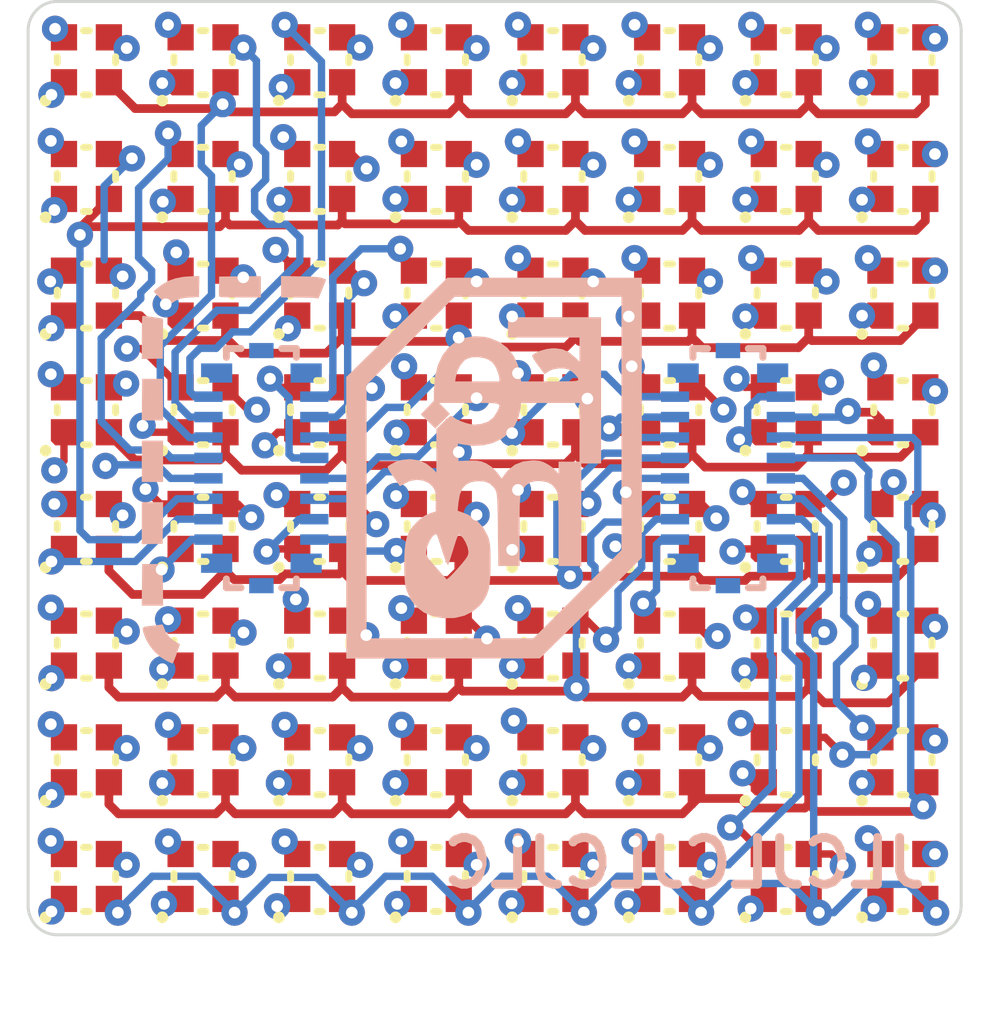
<source format=kicad_pcb>
(kicad_pcb (version 20211014) (generator pcbnew)
  (layers (0 "F.Cu" signal) (1 "In1.Cu" signal) (2 "In2.Cu" signal) (31 "B.Cu" signal) (34 "B.Paste" user) (35 "F.Paste" user) (36 "B.SilkS" user "B.Silkscreen") (37 "F.SilkS" user "F.Silkscreen") (38 "B.Mask" user) (39 "F.Mask" user) (44 "Edge.Cuts" user))
  (net 0 "")
  (net 1 "B4")
  (net 2 "G4")
  (net 3 "R4")
  (net 4 "A4")
  (net 5 "A3")
  (net 6 "R3")
  (net 7 "G3")
  (net 8 "B3")
  (net 9 "B2")
  (net 10 "G2")
  (net 11 "R2")
  (net 12 "A2")
  (net 13 "A1")
  (net 14 "R1")
  (net 15 "G1")
  (net 16 "B1")
  (net 17 "B8")
  (net 18 "G8")
  (net 19 "R8")
  (net 20 "A8")
  (net 21 "A7")
  (net 22 "R7")
  (net 23 "G7")
  (net 24 "B7")
  (net 25 "B6")
  (net 26 "G6")
  (net 27 "R6")
  (net 28 "A6")
  (net 29 "A5")
  (net 30 "R5")
  (net 31 "G5")
  (net 32 "B5")
  (footprint "_led:LED_RGB_FC-B1010RGBT-HG" (layer "F.Cu") (at 100 100 180)
    (fp_text reference "LED1" hide)
    (fp_text value "LED")
  )
  (footprint "_led:LED_RGB_FC-B1010RGBT-HG" (layer "F.Cu") (at 102 100 180)
    (fp_text reference "LED2" hide)
    (fp_text value "LED")
  )
  (footprint "_led:LED_RGB_FC-B1010RGBT-HG" (layer "F.Cu") (at 104 100 180)
    (fp_text reference "LED3" hide)
    (fp_text value "LED")
  )
  (footprint "_led:LED_RGB_FC-B1010RGBT-HG" (layer "F.Cu") (at 106 100 180)
    (fp_text reference "LED4" hide)
    (fp_text value "LED")
  )
  (footprint "_led:LED_RGB_FC-B1010RGBT-HG" (layer "F.Cu") (at 108 100 180)
    (fp_text reference "LED5" hide)
    (fp_text value "LED")
  )
  (footprint "_led:LED_RGB_FC-B1010RGBT-HG" (layer "F.Cu") (at 110 100 180)
    (fp_text reference "LED6" hide)
    (fp_text value "LED")
  )
  (footprint "_led:LED_RGB_FC-B1010RGBT-HG" (layer "F.Cu") (at 112 100 180)
    (fp_text reference "LED7" hide)
    (fp_text value "LED")
  )
  (footprint "_led:LED_RGB_FC-B1010RGBT-HG" (layer "F.Cu") (at 114 100 180)
    (fp_text reference "LED8" hide)
    (fp_text value "LED")
  )
  (footprint "_led:LED_RGB_FC-B1010RGBT-HG" (layer "F.Cu") (at 100 102 180)
    (fp_text reference "LED9" hide)
    (fp_text value "LED")
  )
  (footprint "_led:LED_RGB_FC-B1010RGBT-HG" (layer "F.Cu") (at 102 102 180)
    (fp_text reference "LED10" hide)
    (fp_text value "LED")
  )
  (footprint "_led:LED_RGB_FC-B1010RGBT-HG" (layer "F.Cu") (at 104 102 180)
    (fp_text reference "LED11" hide)
    (fp_text value "LED")
  )
  (footprint "_led:LED_RGB_FC-B1010RGBT-HG" (layer "F.Cu") (at 106 102 180)
    (fp_text reference "LED12" hide)
    (fp_text value "LED")
  )
  (footprint "_led:LED_RGB_FC-B1010RGBT-HG" (layer "F.Cu") (at 108 102 180)
    (fp_text reference "LED13" hide)
    (fp_text value "LED")
  )
  (footprint "_led:LED_RGB_FC-B1010RGBT-HG" (layer "F.Cu") (at 110 102 180)
    (fp_text reference "LED14" hide)
    (fp_text value "LED")
  )
  (footprint "_led:LED_RGB_FC-B1010RGBT-HG" (layer "F.Cu") (at 112 102 180)
    (fp_text reference "LED15" hide)
    (fp_text value "LED")
  )
  (footprint "_led:LED_RGB_FC-B1010RGBT-HG" (layer "F.Cu") (at 114 102 180)
    (fp_text reference "LED16" hide)
    (fp_text value "LED")
  )
  (footprint "_led:LED_RGB_FC-B1010RGBT-HG" (layer "F.Cu") (at 100 104 180)
    (fp_text reference "LED17" hide)
    (fp_text value "LED")
  )
  (footprint "_led:LED_RGB_FC-B1010RGBT-HG" (layer "F.Cu") (at 102 104 180)
    (fp_text reference "LED18" hide)
    (fp_text value "LED")
  )
  (footprint "_led:LED_RGB_FC-B1010RGBT-HG" (layer "F.Cu") (at 104 104 180)
    (fp_text reference "LED19" hide)
    (fp_text value "LED")
  )
  (footprint "_led:LED_RGB_FC-B1010RGBT-HG" (layer "F.Cu") (at 106 104 180)
    (fp_text reference "LED20" hide)
    (fp_text value "LED")
  )
  (footprint "_led:LED_RGB_FC-B1010RGBT-HG" (layer "F.Cu") (at 108 104 180)
    (fp_text reference "LED21" hide)
    (fp_text value "LED")
  )
  (footprint "_led:LED_RGB_FC-B1010RGBT-HG" (layer "F.Cu") (at 110 104 180)
    (fp_text reference "LED22" hide)
    (fp_text value "LED")
  )
  (footprint "_led:LED_RGB_FC-B1010RGBT-HG" (layer "F.Cu") (at 112 104 180)
    (fp_text reference "LED23" hide)
    (fp_text value "LED")
  )
  (footprint "_led:LED_RGB_FC-B1010RGBT-HG" (layer "F.Cu") (at 114 104 180)
    (fp_text reference "LED24" hide)
    (fp_text value "LED")
  )
  (footprint "_led:LED_RGB_FC-B1010RGBT-HG" (layer "F.Cu") (at 100 106 180)
    (fp_text reference "LED25" hide)
    (fp_text value "LED")
  )
  (footprint "_led:LED_RGB_FC-B1010RGBT-HG" (layer "F.Cu") (at 102 106 180)
    (fp_text reference "LED26" hide)
    (fp_text value "LED")
  )
  (footprint "_led:LED_RGB_FC-B1010RGBT-HG" (layer "F.Cu") (at 104 106 180)
    (fp_text reference "LED27" hide)
    (fp_text value "LED")
  )
  (footprint "_led:LED_RGB_FC-B1010RGBT-HG" (layer "F.Cu") (at 106 106 180)
    (fp_text reference "LED28" hide)
    (fp_text value "LED")
  )
  (footprint "_led:LED_RGB_FC-B1010RGBT-HG" (layer "F.Cu") (at 108 106 180)
    (fp_text reference "LED29" hide)
    (fp_text value "LED")
  )
  (footprint "_led:LED_RGB_FC-B1010RGBT-HG" (layer "F.Cu") (at 110 106 180)
    (fp_text reference "LED30" hide)
    (fp_text value "LED")
  )
  (footprint "_led:LED_RGB_FC-B1010RGBT-HG" (layer "F.Cu") (at 112 106 180)
    (fp_text reference "LED31" hide)
    (fp_text value "LED")
  )
  (footprint "_led:LED_RGB_FC-B1010RGBT-HG" (layer "F.Cu") (at 114 106 180)
    (fp_text reference "LED32" hide)
    (fp_text value "LED")
  )
  (footprint "_led:LED_RGB_FC-B1010RGBT-HG" (layer "F.Cu") (at 100 108 180)
    (fp_text reference "LED33" hide)
    (fp_text value "LED")
  )
  (footprint "_led:LED_RGB_FC-B1010RGBT-HG" (layer "F.Cu") (at 102 108 180)
    (fp_text reference "LED34" hide)
    (fp_text value "LED")
  )
  (footprint "_led:LED_RGB_FC-B1010RGBT-HG" (layer "F.Cu") (at 104 108 180)
    (fp_text reference "LED35" hide)
    (fp_text value "LED")
  )
  (footprint "_led:LED_RGB_FC-B1010RGBT-HG" (layer "F.Cu") (at 106 108 180)
    (fp_text reference "LED36" hide)
    (fp_text value "LED")
  )
  (footprint "_led:LED_RGB_FC-B1010RGBT-HG" (layer "F.Cu") (at 108 108 180)
    (fp_text reference "LED37" hide)
    (fp_text value "LED")
  )
  (footprint "_led:LED_RGB_FC-B1010RGBT-HG" (layer "F.Cu") (at 110 108 180)
    (fp_text reference "LED38" hide)
    (fp_text value "LED")
  )
  (footprint "_led:LED_RGB_FC-B1010RGBT-HG" (layer "F.Cu") (at 112 108 180)
    (fp_text reference "LED39" hide)
    (fp_text value "LED")
  )
  (footprint "_led:LED_RGB_FC-B1010RGBT-HG" (layer "F.Cu") (at 114 108 180)
    (fp_text reference "LED40" hide)
    (fp_text value "LED")
  )
  (footprint "_led:LED_RGB_FC-B1010RGBT-HG" (layer "F.Cu") (at 100 110 180)
    (fp_text reference "LED41" hide)
    (fp_text value "LED")
  )
  (footprint "_led:LED_RGB_FC-B1010RGBT-HG" (layer "F.Cu") (at 102 110 180)
    (fp_text reference "LED42" hide)
    (fp_text value "LED")
  )
  (footprint "_led:LED_RGB_FC-B1010RGBT-HG" (layer "F.Cu") (at 104 110 180)
    (fp_text reference "LED43" hide)
    (fp_text value "LED")
  )
  (footprint "_led:LED_RGB_FC-B1010RGBT-HG" (layer "F.Cu") (at 106 110 180)
    (fp_text reference "LED44" hide)
    (fp_text value "LED")
  )
  (footprint "_led:LED_RGB_FC-B1010RGBT-HG" (layer "F.Cu") (at 108 110 180)
    (fp_text reference "LED45" hide)
    (fp_text value "LED")
  )
  (footprint "_led:LED_RGB_FC-B1010RGBT-HG" (layer "F.Cu") (at 110 110 180)
    (fp_text reference "LED46" hide)
    (fp_text value "LED")
  )
  (footprint "_led:LED_RGB_FC-B1010RGBT-HG" (layer "F.Cu") (at 112 110 180)
    (fp_text reference "LED47" hide)
    (fp_text value "LED")
  )
  (footprint "_led:LED_RGB_FC-B1010RGBT-HG" (layer "F.Cu") (at 114 110 180)
    (fp_text reference "LED48" hide)
    (fp_text value "LED")
  )
  (footprint "_led:LED_RGB_FC-B1010RGBT-HG" (layer "F.Cu") (at 100 112 180)
    (fp_text reference "LED49" hide)
    (fp_text value "LED")
  )
  (footprint "_led:LED_RGB_FC-B1010RGBT-HG" (layer "F.Cu") (at 102 112 180)
    (fp_text reference "LED50" hide)
    (fp_text value "LED")
  )
  (footprint "_led:LED_RGB_FC-B1010RGBT-HG" (layer "F.Cu") (at 104 112 180)
    (fp_text reference "LED51" hide)
    (fp_text value "LED")
  )
  (footprint "_led:LED_RGB_FC-B1010RGBT-HG" (layer "F.Cu") (at 106 112 180)
    (fp_text reference "LED52" hide)
    (fp_text value "LED")
  )
  (footprint "_led:LED_RGB_FC-B1010RGBT-HG" (layer "F.Cu") (at 108 112 180)
    (fp_text reference "LED53" hide)
    (fp_text value "LED")
  )
  (footprint "_led:LED_RGB_FC-B1010RGBT-HG" (layer "F.Cu") (at 110 112 180)
    (fp_text reference "LED54" hide)
    (fp_text value "LED")
  )
  (footprint "_led:LED_RGB_FC-B1010RGBT-HG" (layer "F.Cu") (at 112 112 180)
    (fp_text reference "LED55" hide)
    (fp_text value "LED")
  )
  (footprint "_led:LED_RGB_FC-B1010RGBT-HG" (layer "F.Cu") (at 114 112 180)
    (fp_text reference "LED56" hide)
    (fp_text value "LED")
  )
  (footprint "_led:LED_RGB_FC-B1010RGBT-HG" (layer "F.Cu") (at 100 114 180)
    (fp_text reference "LED57" hide)
    (fp_text value "LED")
  )
  (footprint "_led:LED_RGB_FC-B1010RGBT-HG" (layer "F.Cu") (at 102 114 180)
    (fp_text reference "LED58" hide)
    (fp_text value "LED")
  )
  (footprint "_led:LED_RGB_FC-B1010RGBT-HG" (layer "F.Cu") (at 104 114 180)
    (fp_text reference "LED59" hide)
    (fp_text value "LED")
  )
  (footprint "_led:LED_RGB_FC-B1010RGBT-HG" (layer "F.Cu") (at 106 114 180)
    (fp_text reference "LED60" hide)
    (fp_text value "LED")
  )
  (footprint "_led:LED_RGB_FC-B1010RGBT-HG" (layer "F.Cu") (at 108 114 180)
    (fp_text reference "LED61" hide)
    (fp_text value "LED")
  )
  (footprint "_led:LED_RGB_FC-B1010RGBT-HG" (layer "F.Cu") (at 110 114 180)
    (fp_text reference "LED62" hide)
    (fp_text value "LED")
  )
  (footprint "_led:LED_RGB_FC-B1010RGBT-HG" (layer "F.Cu") (at 112 114 180)
    (fp_text reference "LED63" hide)
    (fp_text value "LED")
  )
  (footprint "_led:LED_RGB_FC-B1010RGBT-HG" (layer "F.Cu") (at 114 114 180)
    (fp_text reference "LED64" hide)
    (fp_text value "LED")
  )
  (footprint "Matrix_8X8_1010_(FC-B1010RGBT-HG):drawing" (layer "F.Cu") (at 100.7 115.83)
    (fp_text reference "Ref**" hide)
    (fp_text value "Val**" hide)
  )
  (footprint "_conn:Conn_Molex_5050701642(SlimStack_16pin_header)" (layer "B.Cu") (at 103 107 -90)
    (fp_text reference "J1" hide)
    (fp_text value "Right_conn" hide)
  )
  (footprint "_conn:Conn_Molex_5050701642(SlimStack_16pin_header)" (layer "B.Cu") (at 111 107 -90)
    (fp_text reference "J2" hide)
    (fp_text value "Left_conn" hide)
  )
  (footprint "_mylib:kicad_logo6_5mm" (layer "B.Cu") (at 107 107 180)
    (fp_text reference "G***" hide)
    (fp_text value "LOGO" hide)
  )
  (gr_line (start 99 114.5) (end 99 99.5) (layer "Edge.Cuts") (width 0.05))
  (gr_arc (start 115 114.5) (mid 114.853553 114.853553) (end 114.5 115) (layer "Edge.Cuts") (width 0.05))
  (gr_arc (start 99.5 115) (mid 99.146447 114.853553) (end 99 114.5) (layer "Edge.Cuts") (width 0.05))
  (gr_line (start 114.5 115) (end 99.5 115) (layer "Edge.Cuts") (width 0.05))
  (gr_arc (start 99 99.5) (mid 99.146447 99.146447) (end 99.5 99) (layer "Edge.Cuts") (width 0.05))
  (gr_line (start 99.5 99) (end 114.5 99) (layer "Edge.Cuts") (width 0.05))
  (gr_arc (start 114.5 99) (mid 114.853553 99.146447) (end 115 99.5) (layer "Edge.Cuts") (width 0.05))
  (gr_line (start 115 99.5) (end 115 114.5) (layer "Edge.Cuts") (width 0.05))
  (gr_text "JLCJLCJLCJLC" (at 110.25 113.77) (layer "B.SilkS") (effects (font (size 0.8 0.8) (thickness 0.153)) (justify mirror)))
  (segment (start 106.385 106.725) (end 106.385 106.76) (width 0.15) (layer "F.Cu") (net 1))
  (segment (start 108.549999 106.924999) (end 110.220001 106.924999) (width 0.15) (layer "F.Cu") (net 1))
  (segment (start 108.385 106.76) (end 108.549999 106.924999) (width 0.15) (layer "F.Cu") (net 1))
  (segment (start 112.16231 106.98269) (end 112.385 106.76) (width 0.15) (layer "F.Cu") (net 1))
  (segment (start 102.660789 107.035789) (end 104.109211 107.035789) (width 0.15) (layer "F.Cu") (net 1))
  (segment (start 112.385 106.76) (end 112.43701 106.81201) (width 0.15) (layer "F.Cu") (net 1))
  (segment (start 110.385 106.385) (end 110.385 106.76) (width 0.15) (layer "F.Cu") (net 1))
  (segment (start 102.385 106.385) (end 102.385 106.76) (width 0.15) (layer "F.Cu") (net 1))
  (segment (start 106.385 106.385) (end 106.385 106.725) (width 0.15) (layer "F.Cu") (net 1))
  (segment (start 104.385 106.385) (end 104.385 106.76) (width 0.15) (layer "F.Cu") (net 1))
  (segment (start 104.109211 107.035789) (end 104.385 106.76) (width 0.15) (layer "F.Cu") (net 1))
  (segment (start 100.385 106.415) (end 100.83 106.86) (width 0.15) (layer "F.Cu") (net 1))
  (segment (start 100.385 106.385) (end 100.385 106.415) (width 0.15) (layer "F.Cu") (net 1))
  (segment (start 106.189998 106.955002) (end 106.385 106.76) (width 0.15) (layer "F.Cu") (net 1))
  (segment (start 104.385 106.76) (end 104.580002 106.955002) (width 0.15) (layer "F.Cu") (net 1))
  (segment (start 112.385 106.385) (end 112.385 106.76) (width 0.15) (layer "F.Cu") (net 1))
  (segment (start 108.220001 106.924999) (end 108.385 106.76) (width 0.15) (layer "F.Cu") (net 1))
  (segment (start 106.549999 106.924999) (end 108.220001 106.924999) (width 0.15) (layer "F.Cu") (net 1))
  (segment (start 113.95799 106.81201) (end 114.385 106.385) (width 0.15) (layer "F.Cu") (net 1))
  (segment (start 104.580002 106.955002) (end 106.189998 106.955002) (width 0.15) (layer "F.Cu") (net 1))
  (segment (start 110.60769 106.98269) (end 112.16231 106.98269) (width 0.15) (layer "F.Cu") (net 1))
  (segment (start 112.43701 106.81201) (end 113.95799 106.81201) (width 0.15) (layer "F.Cu") (net 1))
  (segment (start 100.83 106.86) (end 102.285 106.86) (width 0.15) (layer "F.Cu") (net 1))
  (segment (start 106.385 106.76) (end 106.549999 106.924999) (width 0.15) (layer "F.Cu") (net 1))
  (segment (start 102.385 106.76) (end 102.660789 107.035789) (width 0.15) (layer "F.Cu") (net 1))
  (segment (start 108.385 106.385) (end 108.385 106.76) (width 0.15) (layer "F.Cu") (net 1))
  (segment (start 102.285 106.86) (end 102.385 106.76) (width 0.15) (layer "F.Cu") (net 1))
  (segment (start 110.385 106.76) (end 110.60769 106.98269) (width 0.15) (layer "F.Cu") (net 1))
  (segment (start 110.220001 106.924999) (end 110.385 106.76) (width 0.15) (layer "F.Cu") (net 1))
  (via (at 106.385 106.725) (size 0.45) (drill 0.2) (layers "F.Cu" "B.Cu") (net 1))
  (segment (start 105.110678 107.061832) (end 106.048168 107.061832) (width 0.127) (layer "B.Cu") (net 1))
  (segment (start 106.048168 107.061832) (end 106.385 106.725) (width 0.127) (layer "B.Cu") (net 1))
  (segment (start 103.9075 107.525) (end 104.64751 107.525) (width 0.127) (layer "B.Cu") (net 1))
  (segment (start 104.64751 107.525) (end 105.110678 107.061832) (width 0.127) (layer "B.Cu") (net 1))
  (segment (start 104.882699 105.615) (end 104.895022 105.627323) (width 0.127) (layer "F.Cu") (net 2))
  (segment (start 106.505 105.615) (end 106.69 105.8) (width 0.127) (layer "F.Cu") (net 2))
  (segment (start 114.484978 105.615) (end 114.549978 105.68) (width 0.127) (layer "F.Cu") (net 2))
  (segment (start 110.385 105.615) (end 110.53939 105.615) (width 0.127) (layer "F.Cu") (net 2))
  (segment (start 108.577988 105.807988) (end 108.59 105.807988) (width 0.127) (layer "F.Cu") (net 2))
  (segment (start 104.385 105.615) (end 104.882699 105.615) (width 0.127) (layer "F.Cu") (net 2))
  (segment (start 112.674179 105.615) (end 112.765198 105.523981) (width 0.127) (layer "F.Cu") (net 2))
  (segment (start 112.385 105.615) (end 112.674179 105.615) (width 0.127) (layer "F.Cu") (net 2))
  (segment (start 110.53939 105.615) (end 110.922634 105.998244) (width 0.127) (layer "F.Cu") (net 2))
  (segment (start 102.385 105.615) (end 102.768383 105.998383) (width 0.127) (layer "F.Cu") (net 2))
  (segment (start 102.768383 105.998383) (end 102.922718 105.998383) (width 0.127) (layer "F.Cu") (net 2))
  (segment (start 100.615002 105.615) (end 100.68 105.550002) (width 0.127) (layer "F.Cu") (net 2))
  (segment (start 114.385 105.615) (end 114.484978 105.615) (width 0.127) (layer "F.Cu") (net 2))
  (segment (start 106.385 105.615) (end 106.505 105.615) (width 0.127) (layer "F.Cu") (net 2))
  (segment (start 100.385 105.615) (end 100.615002 105.615) (width 0.127) (layer "F.Cu") (net 2))
  (segment (start 108.385 105.615) (end 108.577988 105.807988) (width 0.127) (layer "F.Cu") (net 2))
  (via (at 106.69 105.8) (size 0.45) (drill 0.2) (layers "F.Cu" "B.Cu") (net 2))
  (via (at 102.922718 105.998383) (size 0.45) (drill 0.2) (layers "F.Cu" "B.Cu") (net 2))
  (via (at 114.549978 105.68) (size 0.45) (drill 0.2) (layers "F.Cu" "B.Cu") (net 2))
  (via (at 100.68 105.550002) (size 0.45) (drill 0.2) (layers "F.Cu" "B.Cu") (net 2))
  (via (at 110.922634 105.998244) (size 0.45) (drill 0.2) (layers "F.Cu" "B.Cu") (net 2))
  (via (at 112.765198 105.523981) (size 0.45) (drill 0.2) (layers "F.Cu" "B.Cu") (net 2))
  (via (at 104.895022 105.627323) (size 0.45) (drill 0.2) (layers "F.Cu" "B.Cu") (net 2))
  (via (at 108.59 105.807988) (size 0.45) (drill 0.2) (layers "F.Cu" "B.Cu") (net 2))
  (segment (start 103.9075 107.175) (end 104.638285 107.175) (width 0.127) (layer "B.Cu") (net 2))
  (segment (start 104.638285 107.175) (end 105.005464 106.807821) (width 0.127) (layer "B.Cu") (net 2))
  (segment (start 105.682179 106.807821) (end 106.69 105.8) (width 0.127) (layer "B.Cu") (net 2))
  (segment (start 105.005464 106.807821) (end 105.682179 106.807821) (width 0.127) (layer "B.Cu") (net 2))
  (segment (start 99.615 105.615) (end 99.39 105.39) (width 0.127) (layer "F.Cu") (net 3))
  (segment (start 111.295929 105.615) (end 111.147988 105.467059) (width 0.127) (layer "F.Cu") (net 3))
  (segment (start 113.615 105.615) (end 113.501877 105.501877) (width 0.127) (layer "F.Cu") (net 3))
  (segment (start 109.615 105.519017) (end 109.35 105.254017) (width 0.127) (layer "F.Cu") (net 3))
  (segment (start 101.615 105.615) (end 100.951704 104.951704) (width 0.127) (layer "F.Cu") (net 3))
  (segment (start 113.501877 105.501877) (end 113.501877 105.239899) (width 0.127) (layer "F.Cu") (net 3))
  (segment (start 103.615 105.615) (end 103.295831 105.615) (width 0.127) (layer "F.Cu") (net 3))
  (segment (start 103.295831 105.615) (end 103.147997 105.467166) (width 0.127) (layer "F.Cu") (net 3))
  (segment (start 111.615 105.615) (end 111.295929 105.615) (width 0.127) (layer "F.Cu") (net 3))
  (segment (start 107.615 105.615) (end 107.4 105.4) (width 0.127) (layer "F.Cu") (net 3))
  (segment (start 105.615 105.615) (end 105.447998 105.447998) (width 0.127) (layer "F.Cu") (net 3))
  (segment (start 100.951704 104.951704) (end 100.694565 104.951704) (width 0.127) (layer "F.Cu") (net 3))
  (segment (start 109.615 105.615) (end 109.615 105.519017) (width 0.127) (layer "F.Cu") (net 3))
  (segment (start 107.4 105.4) (end 107.4 105.37299) (width 0.127) (layer "F.Cu") (net 3))
  (segment (start 105.447998 105.447998) (end 105.447998 105.254011) (width 0.127) (layer "F.Cu") (net 3))
  (via (at 99.39 105.39) (size 0.45) (drill 0.2) (layers "F.Cu" "B.Cu") (net 3))
  (via (at 103.147997 105.467166) (size 0.45) (drill 0.2) (layers "F.Cu" "B.Cu") (net 3))
  (via (at 109.35 105.254017) (size 0.45) (drill 0.2) (layers "F.Cu" "B.Cu") (net 3))
  (via (at 113.501877 105.239899) (size 0.45) (drill 0.2) (layers "F.Cu" "B.Cu") (net 3))
  (via (at 111.147988 105.467059) (size 0.45) (drill 0.2) (layers "F.Cu" "B.Cu") (net 3))
  (via (at 107.4 105.37299) (size 0.45) (drill 0.2) (layers "F.Cu" "B.Cu") (net 3))
  (via (at 100.694565 104.951704) (size 0.45) (drill 0.2) (layers "F.Cu" "B.Cu") (net 3))
  (via (at 105.447998 105.254011) (size 0.45) (drill 0.2) (layers "F.Cu" "B.Cu") (net 3))
  (segment (start 103.538 106.825) (end 103.474499 106.761499) (width 0.127) (layer "B.Cu") (net 3))
  (segment (start 103.9075 106.825) (end 103.538 106.825) (width 0.127) (layer "B.Cu") (net 3))
  (segment (start 103.474499 105.793668) (end 103.147997 105.467166) (width 0.127) (layer "B.Cu") (net 3))
  (segment (start 103.474499 106.761499) (end 103.474499 105.793668) (width 0.127) (layer "B.Cu") (net 3))
  (segment (start 105.615 114.385) (end 105.415 114.385) (width 0.127) (layer "F.Cu") (net 4))
  (segment (start 105.615 100.385) (end 105.315 100.385) (width 0.127) (layer "F.Cu") (net 4))
  (segment (start 105.315 110.385) (end 105.3 110.4) (width 0.127) (layer "F.Cu") (net 4))
  (segment (start 105.615 104.385) (end 105.315 104.385) (width 0.127) (layer "F.Cu") (net 4))
  (segment (start 105.315 112.385) (end 105.3 112.4) (width 0.127) (layer "F.Cu") (net 4))
  (segment (start 105.615 108.385) (end 105.352802 108.385) (width 0.127) (layer "F.Cu") (net 4))
  (segment (start 105.300989 102.385) (end 105.3 102.385989) (width 0.127) (layer "F.Cu") (net 4))
  (segment (start 105.415 114.385) (end 105.33 114.47) (width 0.127) (layer "F.Cu") (net 4))
  (segment (start 105.315 104.385) (end 105.3 104.4) (width 0.127) (layer "F.Cu") (net 4))
  (segment (start 105.615 102.385) (end 105.300989 102.385) (width 0.127) (layer "F.Cu") (net 4))
  (segment (start 105.315 100.385) (end 105.3 100.4) (width 0.127) (layer "F.Cu") (net 4))
  (segment (start 105.328466 106.385) (end 105.321155 106.392311) (width 0.127) (layer "F.Cu") (net 4))
  (segment (start 105.615 112.385) (end 105.315 112.385) (width 0.127) (layer "F.Cu") (net 4))
  (segment (start 105.352802 108.385) (end 105.316149 108.421653) (width 0.127) (layer "F.Cu") (net 4))
  (segment (start 105.615 106.385) (end 105.328466 106.385) (width 0.127) (layer "F.Cu") (net 4))
  (segment (start 105.615 110.385) (end 105.315 110.385) (width 0.127) (layer "F.Cu") (net 4))
  (via (at 105.3 100.4) (size 0.45) (drill 0.2) (layers "F.Cu" "B.Cu") (net 4))
  (via (at 105.3 104.4) (size 0.45) (drill 0.2) (layers "F.Cu" "B.Cu") (net 4))
  (via (at 105.3 112.4) (size 0.45) (drill 0.2) (layers "F.Cu" "B.Cu") (net 4))
  (via (at 105.3 102.385989) (size 0.45) (drill 0.2) (layers "F.Cu" "B.Cu") (net 4))
  (via (at 105.321155 106.392311) (size 0.45) (drill 0.2) (layers "F.Cu" "B.Cu") (net 4))
  (via (at 105.3 110.4) (size 0.45) (drill 0.2) (layers "F.Cu" "B.Cu") (net 4))
  (via (at 105.33 114.47) (size 0.45) (drill 0.2) (layers "F.Cu" "B.Cu") (net 4))
  (via (at 105.316149 108.421653) (size 0.45) (drill 0.2) (layers "F.Cu" "B.Cu") (net 4))
  (segment (start 104.753259 108.421653) (end 105.316149 108.421653) (width 0.127) (layer "B.Cu") (net 4))
  (segment (start 104.556606 108.225) (end 104.753259 108.421653) (width 0.127) (layer "B.Cu") (net 4))
  (segment (start 103.9075 108.225) (end 104.556606 108.225) (width 0.127) (layer "B.Cu") (net 4))
  (segment (start 103.615 104.385) (end 103.455037 104.544963) (width 0.127) (layer "F.Cu") (net 5))
  (segment (start 103.395 114.385) (end 103.27 114.51) (width 0.127) (layer "F.Cu") (net 5))
  (segment (start 103.135 108.385) (end 103.09 108.43) (width 0.127) (layer "F.Cu") (net 5))
  (segment (start 103.615 102.385) (end 103.33262 102.385) (width 0.127) (layer "F.Cu") (net 5))
  (segment (start 103.615 112.385) (end 103.315 112.385) (width 0.127) (layer "F.Cu") (net 5))
  (segment (start 103.33262 102.385) (end 103.312676 102.404944) (width 0.127) (layer "F.Cu") (net 5))
  (segment (start 103.615 114.385) (end 103.395 114.385) (width 0.127) (layer "F.Cu") (net 5))
  (segment (start 103.315 112.385) (end 103.3 112.4) (width 0.127) (layer "F.Cu") (net 5))
  (segment (start 103.615 106.385) (end 103.282777 106.385) (width 0.127) (layer "F.Cu") (net 5))
  (segment (start 103.615 100.385) (end 103.430989 100.385) (width 0.127) (layer "F.Cu") (net 5))
  (segment (start 103.315 110.385) (end 103.3 110.4) (width 0.127) (layer "F.Cu") (net 5))
  (segment (start 103.282777 106.385) (end 103.058989 106.608788) (width 0.127) (layer "F.Cu") (net 5))
  (segment (start 103.455037 104.544963) (end 103.455037 104.602277) (width 0.127) (layer "F.Cu") (net 5))
  (segment (start 103.430989 100.385) (end 103.35 100.465989) (width 0.127) (layer "F.Cu") (net 5))
  (segment (start 103.615 108.385) (end 103.135 108.385) (width 0.127) (layer "F.Cu") (net 5))
  (segment (start 103.615 110.385) (end 103.315 110.385) (width 0.127) (layer "F.Cu") (net 5))
  (via (at 103.3 110.4) (size 0.45) (drill 0.2) (layers "F.Cu" "B.Cu") (net 5))
  (via (at 103.09 108.43) (size 0.45) (drill 0.2) (layers "F.Cu" "B.Cu") (net 5))
  (via (at 103.3 112.4) (size 0.45) (drill 0.2) (layers "F.Cu" "B.Cu") (net 5))
  (via (at 103.27 114.51) (size 0.45) (drill 0.2) (layers "F.Cu" "B.Cu") (net 5))
  (via (at 103.058989 106.608788) (size 0.45) (drill 0.2) (layers "F.Cu" "B.Cu") (net 5))
  (via (at 103.455037 104.602277) (size 0.45) (drill 0.2) (layers "F.Cu" "B.Cu") (net 5))
  (via (at 103.35 100.465989) (size 0.45) (drill 0.2) (layers "F.Cu" "B.Cu") (net 5))
  (via (at 103.312676 102.404944) (size 0.45) (drill 0.2) (layers "F.Cu" "B.Cu") (net 5))
  (segment (start 103.9075 107.875) (end 103.645 107.875) (width 0.127) (layer "B.Cu") (net 5))
  (segment (start 103.645 107.875) (end 103.09 108.43) (width 0.127) (layer "B.Cu") (net 5))
  (segment (start 107.615 103.615) (end 107.4 103.4) (width 0.127) (layer "F.Cu") (net 6))
  (segment (start 101.615 103.615) (end 101.403069 103.403069) (width 0.127) (layer "F.Cu") (net 6))
  (segment (start 105.38 103.38) (end 105.38 103.240002) (width 0.127) (layer "F.Cu") (net 6))
  (segment (start 105.615 103.615) (end 105.38 103.38) (width 0.127) (layer "F.Cu") (net 6))
  (segment (start 99.615 103.615) (end 99.565 103.615) (width 0.15) (layer "F.Cu") (net 6))
  (segment (start 103.615 103.615) (end 103.258955 103.258955) (width 0.127) (layer "F.Cu") (net 6))
  (segment (start 101.403069 103.403069) (end 101.403069 103.379017) (width 0.127) (layer "F.Cu") (net 6))
  (segment (start 113.615 103.615) (end 113.4 103.4) (width 0.127) (layer "F.Cu") (net 6))
  (segment (start 111.615 103.615) (end 111.4 103.4) (width 0.127) (layer "F.Cu") (net 6))
  (segment (start 109.615 103.615) (end 109.4 103.4) (width 0.127) (layer "F.Cu") (net 6))
  (segment (start 103.258955 103.258955) (end 103.244041 103.258955) (width 0.127) (layer "F.Cu") (net 6))
  (segment (start 99.565 103.615) (end 99.38 103.8) (width 0.15) (layer "F.Cu") (net 6))
  (via (at 109.4 103.4) (size 0.45) (drill 0.2) (layers "F.Cu" "B.Cu") (net 6))
  (via (at 111.4 103.4) (size 0.45) (drill 0.2) (layers "F.Cu" "B.Cu") (net 6))
  (via (at 107.4 103.4) (size 0.45) (drill 0.2) (layers "F.Cu" "B.Cu") (net 6))
  (via (at 113.4 103.4) (size 0.45) (drill 0.2) (layers "F.Cu" "B.Cu") (net 6))
  (via (at 103.244041 103.258955) (size 0.45) (drill 0.2) (layers "F.Cu" "B.Cu") (net 6))
  (via (at 105.38 103.240002) (size 0.45) (drill 0.2) (layers "F.Cu" "B.Cu") (net 6))
  (via (at 101.54 103.302991) (size 0.45) (drill 0.2) (layers "F.Cu" "B.Cu") (net 6))
  (via (at 99.38 103.8) (size 0.45) (drill 0.2) (layers "F.Cu" "B.Cu") (net 6))
  (segment (start 103.9075 105.775) (end 104.137902 105.775) (width 0.127) (layer "B.Cu") (net 6))
  (segment (start 104.225501 103.726517) (end 104.712016 103.240002) (width 0.127) (layer "B.Cu") (net 6))
  (segment (start 104.712016 103.240002) (end 105.38 103.240002) (width 0.127) (layer "B.Cu") (net 6))
  (segment (start 104.225501 105.687401) (end 104.225501 103.726517) (width 0.127) (layer "B.Cu") (net 6))
  (segment (start 104.137902 105.775) (end 104.225501 105.687401) (width 0.127) (layer "B.Cu") (net 6))
  (segment (start 102.385 103.615) (end 102.574999 103.615) (width 0.127) (layer "F.Cu") (net 7))
  (segment (start 110.505 103.615) (end 110.69 103.8) (width 0.127) (layer "F.Cu") (net 7))
  (segment (start 102.574999 103.615) (end 102.69 103.730001) (width 0.127) (layer "F.Cu") (net 7))
  (segment (start 104.545 103.615) (end 104.76 103.83) (width 0.127) (layer "F.Cu") (net 7))
  (segment (start 100.385 103.615) (end 100.523566 103.615) (width 0.127) (layer "F.Cu") (net 7))
  (segment (start 104.385 103.615) (end 104.545 103.615) (width 0.127) (layer "F.Cu") (net 7))
  (segment (start 112.505 103.615) (end 112.69 103.8) (width 0.127) (layer "F.Cu") (net 7))
  (segment (start 114.385 103.615) (end 114.549976 103.615) (width 0.127) (layer "F.Cu") (net 7))
  (segment (start 110.385 103.615) (end 110.505 103.615) (width 0.127) (layer "F.Cu") (net 7))
  (segment (start 106.385 103.615) (end 106.505 103.615) (width 0.127) (layer "F.Cu") (net 7))
  (segment (start 106.505 103.615) (end 106.69 103.8) (width 0.127) (layer "F.Cu") (net 7))
  (segment (start 100.523566 103.615) (end 100.621266 103.7127) (width 0.127) (layer "F.Cu") (net 7))
  (segment (start 112.385 103.615) (end 112.505 103.615) (width 0.127) (layer "F.Cu") (net 7))
  (segment (start 108.385 103.615) (end 108.505 103.615) (width 0.127) (layer "F.Cu") (net 7))
  (segment (start 108.505 103.615) (end 108.69 103.8) (width 0.127) (layer "F.Cu") (net 7))
  (via (at 110.69 103.8) (size 0.45) (drill 0.2) (layers "F.Cu" "B.Cu") (net 7))
  (via (at 112.69 103.8) (size 0.45) (drill 0.2) (layers "F.Cu" "B.Cu") (net 7))
  (via (at 108.69 103.8) (size 0.45) (drill 0.2) (layers "F.Cu" "B.Cu") (net 7))
  (via (at 102.69 103.730001) (size 0.45) (drill 0.2) (layers "F.Cu" "B.Cu") (net 7))
  (via (at 104.76 103.83) (size 0.45) (drill 0.2) (layers "F.Cu" "B.Cu") (net 7))
  (via (at 106.69 103.8) (size 0.45) (drill 0.2) (layers "F.Cu" "B.Cu") (net 7))
  (via (at 114.549976 103.615) (size 0.45) (drill 0.2) (layers "F.Cu" "B.Cu") (net 7))
  (via (at 100.621266 103.7127) (size 0.45) (drill 0.2) (layers "F.Cu" "B.Cu") (net 7))
  (segment (start 104.479512 105.922488) (end 104.479512 104.110488) (width 0.127) (layer "B.Cu") (net 7))
  (segment (start 103.9075 106.125) (end 104.277 106.125) (width 0.127) (layer "B.Cu") (net 7))
  (segment (start 104.479512 104.110488) (end 104.76 103.83) (width 0.127) (layer "B.Cu") (net 7))
  (segment (start 104.277 106.125) (end 104.479512 105.922488) (width 0.127) (layer "B.Cu") (net 7))
  (segment (start 106.3825 104.7625) (end 106.385 104.76) (width 0.15) (layer "F.Cu") (net 8))
  (segment (start 110.385 104.385) (end 110.385 104.76) (width 0.15) (layer "F.Cu") (net 8))
  (segment (start 113.957102 104.812898) (end 114.385 104.385) (width 0.15) (layer "F.Cu") (net 8))
  (segment (start 106.385 104.385) (end 106.385 104.76) (width 0.15) (layer "F.Cu") (net 8))
  (segment (start 110.559999 104.934999) (end 112.210001 104.934999) (width 0.15) (layer "F.Cu") (net 8))
  (segment (start 102.33299 104.81201) (end 102.385 104.76) (width 0.15) (layer "F.Cu") (net 8))
  (segment (start 108.220001 104.924999) (end 108.385 104.76) (width 0.15) (layer "F.Cu") (net 8))
  (segment (start 112.385 104.385) (end 112.385 104.76) (width 0.15) (layer "F.Cu") (net 8))
  (segment (start 104.385 104.76) (end 104.452001 104.827001) (width 0.15) (layer "F.Cu") (net 8))
  (segment (start 112.210001 104.934999) (end 112.385 104.76) (width 0.15) (layer "F.Cu") (net 8))
  (segment (start 110.385 104.76) (end 110.559999 104.934999) (width 0.15) (layer "F.Cu") (net 8))
  (segment (start 102.385 104.385) (end 102.385 104.76) (width 0.15) (layer "F.Cu") (net 8))
  (segment (start 106.317999 104.827001) (end 106.3825 104.7625) (width 0.15) (layer "F.Cu") (net 8))
  (segment (start 112.385 104.76) (end 112.437898 104.812898) (width 0.15) (layer "F.Cu") (net 8))
  (segment (start 108.385 104.385) (end 108.385 104.76) (width 0.15) (layer "F.Cu") (net 8))
  (segment (start 110.317999 104.827001) (end 110.385 104.76) (width 0.15) (layer "F.Cu") (net 8))
  (segment (start 108.385 104.76) (end 108.452001 104.827001) (width 0.15) (layer "F.Cu") (net 8))
  (segment (start 100.385 104.385) (end 100.919331 104.385) (width 0.15) (layer "F.Cu") (net 8))
  (segment (start 100.919331 104.385) (end 101.346341 104.81201) (width 0.15) (layer "F.Cu") (net 8))
  (segment (start 102.385 104.76) (end 102.654278 105.029278) (width 0.15) (layer "F.Cu") (net 8))
  (segment (start 106.549999 104.924999) (end 108.220001 104.924999) (width 0.15) (layer "F.Cu") (net 8))
  (segment (start 101.346341 104.81201) (end 102.33299 104.81201) (width 0.15) (layer "F.Cu") (net 8))
  (segment (start 108.452001 104.827001) (end 110.317999 104.827001) (width 0.15) (layer "F.Cu") (net 8))
  (segment (start 104.115722 105.029278) (end 104.385 104.76) (width 0.15) (layer "F.Cu") (net 8))
  (segment (start 102.654278 105.029278) (end 104.115722 105.029278) (width 0.15) (layer "F.Cu") (net 8))
  (segment (start 106.385 104.76) (end 106.549999 104.924999) (width 0.15) (layer "F.Cu") (net 8))
  (segment (start 104.385 104.385) (end 104.385 104.76) (width 0.15) (layer "F.Cu") (net 8))
  (segment (start 104.452001 104.827001) (end 106.317999 104.827001) (width 0.15) (layer "F.Cu") (net 8))
  (segment (start 112.437898 104.812898) (end 113.957102 104.812898) (width 0.15) (layer "F.Cu") (net 8))
  (via (at 106.3825 104.7625) (size 0.45) (drill 0.2) (layers "F.Cu" "B.Cu") (net 8))
  (segment (start 103.9075 106.475) (end 104.633465 106.475) (width 0.127) (layer "B.Cu") (net 8))
  (segment (start 105.504787 105.958411) (end 106.3825 105.080698) (width 0.127) (layer "B.Cu") (net 8))
  (segment (start 105.150054 105.958411) (end 105.504787 105.958411) (width 0.127) (layer "B.Cu") (net 8))
  (segment (start 106.3825 105.080698) (end 106.3825 104.7625) (width 0.127) (layer "B.Cu") (net 8))
  (segment (start 104.633465 106.475) (end 105.150054 105.958411) (width 0.127) (layer "B.Cu") (net 8))
  (segment (start 102.285 102.86) (end 100.029591 102.86) (width 0.15) (layer "F.Cu") (net 9))
  (segment (start 110.220001 102.924999) (end 110.385 102.76) (width 0.15) (layer "F.Cu") (net 9))
  (segment (start 100.385 102.385) (end 99.888876 102.881124) (width 0.15) (layer "F.Cu") (net 9))
  (segment (start 114.220001 102.924999) (end 114.385 102.76) (width 0.15) (layer "F.Cu") (net 9))
  (segment (start 114.385 102.76) (end 114.385 102.385) (width 0.15) (layer "F.Cu") (net 9))
  (segment (start 106.549999 102.924999) (end 108.220001 102.924999) (width 0.15) (layer "F.Cu") (net 9))
  (segment (start 108.220001 102.924999) (end 108.385 102.76) (width 0.15) (layer "F.Cu") (net 9))
  (segment (start 112.385 102.76) (end 112.549999 102.924999) (width 0.15) (layer "F.Cu") (net 9))
  (segment (start 110.385 102.385) (end 110.385 102.76) (width 0.15) (layer "F.Cu") (net 9))
  (segment (start 104.437999 102.812999) (end 106.332001 102.812999) (width 0.15) (layer "F.Cu") (net 9))
  (segment (start 110.385 102.76) (end 110.549999 102.924999) (width 0.15) (layer "F.Cu") (net 9))
  (segment (start 102.385 102.385) (end 102.385 102.76) (width 0.15) (layer "F.Cu") (net 9))
  (segment (start 112.385 102.385) (end 112.385 102.76) (width 0.15) (layer "F.Cu") (net 9))
  (segment (start 108.385 102.385) (end 108.385 102.76) (width 0.15) (layer "F.Cu") (net 9))
  (segment (start 102.385 102.76) (end 102.285 102.86) (width 0.15) (layer "F.Cu") (net 9))
  (segment (start 102.456945 102.831945) (end 104.313055 102.831945) (width 0.15) (layer "F.Cu") (net 9))
  (segment (start 108.549999 102.924999) (end 110.220001 102.924999) (width 0.15) (layer "F.Cu") (net 9))
  (segment (start 102.385 102.76) (end 102.456945 102.831945) (width 0.15) (layer "F.Cu") (net 9))
  (segment (start 104.385 102.76) (end 104.437999 102.812999) (width 0.15) (layer "F.Cu") (net 9))
  (segment (start 99.888876 102.881124) (end 99.888876 103.000715) (width 0.15) (layer "F.Cu") (net 9))
  (segment (start 112.549999 102.924999) (end 114.220001 102.924999) (width 0.15) (layer "F.Cu") (net 9))
  (segment (start 104.385 102.385) (end 104.385 102.76) (width 0.15) (layer "F.Cu") (net 9))
  (segment (start 106.385 102.385) (end 106.385 102.76) (width 0.15) (layer "F.Cu") (net 9))
  (segment (start 112.220001 102.924999) (end 112.385 102.76) (width 0.15) (layer "F.Cu") (net 9))
  (segment (start 108.385 102.76) (end 108.549999 102.924999) (width 0.15) (layer "F.Cu") (net 9))
  (segment (start 110.549999 102.924999) (end 112.220001 102.924999) (width 0.15) (layer "F.Cu") (net 9))
  (segment (start 106.332001 102.812999) (end 106.385 102.76) (width 0.15) (layer "F.Cu") (net 9))
  (segment (start 104.313055 102.831945) (end 104.385 102.76) (width 0.15) (layer "F.Cu") (net 9))
  (segment (start 100.029591 102.86) (end 99.888876 103.000715) (width 0.15) (layer "F.Cu") (net 9))
  (segment (start 106.385 102.76) (end 106.549999 102.924999) (width 0.15) (layer "F.Cu") (net 9))
  (via (at 99.888876 103.000715) (size 0.45) (drill 0.2) (layers "F.Cu" "B.Cu") (net 9))
  (segment (start 102.0925 107.525) (end 101.554309 107.525) (width 0.127) (layer "B.Cu") (net 9))
  (segment (start 99.888876 103.318913) (end 99.888876 103.000715) (width 0.127) (layer "B.Cu") (net 9))
  (segment (start 99.805501 103.08409) (end 99.888876 103.000715) (width 0.127) (layer "B.Cu") (net 9))
  (segment (start 100.046207 108.226207) (end 99.888876 108.068876) (width 0.127) (layer "B.Cu") (net 9))
  (segment (start 99.888876 108.068876) (end 99.888876 103.318913) (width 0.127) (layer "B.Cu") (net 9))
  (segment (start 100.853102 108.226207) (end 100.046207 108.226207) (width 0.127) (layer "B.Cu") (net 9))
  (segment (start 101.554309 107.525) (end 100.853102 108.226207) (width 0.127) (layer "B.Cu") (net 9))
  (segment (start 102.385 101.615) (end 102.562769 101.792769) (width 0.127) (layer "F.Cu") (net 10))
  (segment (start 110.385 101.615) (end 110.505 101.615) (width 0.127) (layer "F.Cu") (net 10))
  (segment (start 102.562769 101.792769) (end 102.627231 101.792769) (width 0.127) (layer "F.Cu") (net 10))
  (segment (start 106.505 101.615) (end 106.69 101.8) (width 0.127) (layer "F.Cu") (net 10))
  (segment (start 106.385 101.615) (end 106.505 101.615) (width 0.127) (layer "F.Cu") (net 10))
  (segment (start 112.505 101.615) (end 112.69 101.8) (width 0.127) (layer "F.Cu") (net 10))
  (segment (start 104.385 101.615) (end 104.552356 101.615) (width 0.127) (layer "F.Cu") (net 10))
  (segment (start 110.505 101.615) (end 110.69 101.8) (width 0.127) (layer "F.Cu") (net 10))
  (segment (start 108.69 101.78) (end 108.69 101.8) (width 0.127) (layer "F.Cu") (net 10))
  (segment (start 108.525 101.615) (end 108.69 101.78) (width 0.127) (layer "F.Cu") (net 10))
  (segment (start 108.385 101.615) (end 108.525 101.615) (width 0.127) (layer "F.Cu") (net 10))
  (segment (start 114.385 101.615) (end 114.549968 101.615) (width 0.127) (layer "F.Cu") (net 10))
  (segment (start 100.705 101.615) (end 100.78 101.69) (width 0.127) (layer "F.Cu") (net 10))
  (segment (start 104.552356 101.615) (end 104.802912 101.865556) (width 0.127) (layer "F.Cu") (net 10))
  (segment (start 112.385 101.615) (end 112.505 101.615) (width 0.127) (layer "F.Cu") (net 10))
  (segment (start 100.385 101.615) (end 100.705 101.615) (width 0.127) (layer "F.Cu") (net 10))
  (via (at 114.549968 101.615) (size 0.45) (drill 0.2) (layers "F.Cu" "B.Cu") (net 10))
  (via (at 110.69 101.8) (size 0.45) (drill 0.2) (layers "F.Cu" "B.Cu") (net 10))
  (via (at 106.69 101.8) (size 0.45) (drill 0.2) (layers "F.Cu" "B.Cu") (net 10))
  (via (at 104.802912 101.865556) (size 0.45) (drill 0.2) (layers "F.Cu" "B.Cu") (net 10))
  (via (at 100.326161 106.962012) (size 0.45) (drill 0.2) (layers "F.Cu" "B.Cu") (net 10))
  (via (at 102.627231 101.792769) (size 0.45) (drill 0.2) (layers "F.Cu" "B.Cu") (net 10))
  (via (at 108.69 101.8) (size 0.45) (drill 0.2) (layers "F.Cu" "B.Cu") (net 10))
  (via (at 100.78 101.69) (size 0.45) (drill 0.2) (layers "F.Cu" "B.Cu") (net 10))
  (via (at 112.69 101.8) (size 0.45) (drill 0.2) (layers "F.Cu" "B.Cu") (net 10))
  (segment (start 102.0925 107.175) (end 101.44358 107.175) (width 0.127) (layer "B.Cu") (net 10))
  (segment (start 101.44358 107.175) (end 101.211862 106.943282) (width 0.127) (layer "B.Cu") (net 10))
  (segment (start 100.304377 103.430605) (end 100.304377 102.165623) (width 0.127) (layer "B.Cu") (net 10))
  (segment (start 100.344891 106.943282) (end 100.326161 106.962012) (width 0.127) (layer "B.Cu") (net 10))
  (segment (start 101.211862 106.943282) (end 100.344891 106.943282) (width 0.127) (layer "B.Cu") (net 10))
  (segment (start 100.304377 102.165623) (end 100.78 101.69) (width 0.127) (layer "B.Cu") (net 10))
  (segment (start 103.374733 101.374733) (end 103.374733 101.326042) (width 0.127) (layer "F.Cu") (net 11))
  (segment (start 103.615 101.615) (end 103.374733 101.374733) (width 0.127) (layer "F.Cu") (net 11))
  (segment (start 101.4 101.4) (end 101.4 101.26299) (width 0.127) (layer "F.Cu") (net 11))
  (segment (start 113.615 101.615) (end 113.4 101.4) (width 0.127) (layer "F.Cu") (net 11))
  (segment (start 107.615 101.615) (end 107.4 101.4) (width 0.127) (layer "F.Cu") (net 11))
  (segment (start 109.615 101.615) (end 109.4 101.4) (width 0.127) (layer "F.Cu") (net 11))
  (segment (start 111.615 101.615) (end 111.4 101.4) (width 0.127) (layer "F.Cu") (net 11))
  (segment (start 99.615 101.615) (end 99.39 101.39) (width 0.127) (layer "F.Cu") (net 11))
  (segment (start 101.615 101.615) (end 101.4 101.4) (width 0.127) (layer "F.Cu") (net 11))
  (segment (start 105.615 101.615) (end 105.4 101.4) (width 0.127) (layer "F.Cu") (net 11))
  (via (at 105.4 101.4) (size 0.45) (drill 0.2) (layers "F.Cu" "B.Cu") (net 11))
  (via (at 109.4 101.4) (size 0.45) (drill 0.2) (layers "F.Cu" "B.Cu") (net 11))
  (via (at 113.4 101.4) (size 0.45) (drill 0.2) (layers "F.Cu" "B.Cu") (net 11))
  (via (at 107.4 101.4) (size 0.45) (drill 0.2) (layers "F.Cu" "B.Cu") (net 11))
  (via (at 101.4 101.26299) (size 0.45) (drill 0.2) (layers "F.Cu" "B.Cu") (net 11))
  (via (at 99.39 101.39) (size 0.45) (drill 0.2) (layers "F.Cu" "B.Cu") (net 11))
  (via (at 111.4 101.4) (size 0.45) (drill 0.2) (layers "F.Cu" "B.Cu") (net 11))
  (via (at 103.374733 101.326042) (size 0.45) (drill 0.2) (layers "F.Cu" "B.Cu") (net 11))
  (segment (start 100.744292 106.689271) (end 100.254153 106.199132) (width 0.127) (layer "B.Cu") (net 11))
  (segment (start 100.930838 104.096808) (end 100.930838 103.989853) (width 0.127) (layer "B.Cu") (net 11))
  (segment (start 100.894499 103.389695) (end 100.894499 102.204459) (width 0.127) (layer "B.Cu") (net 11))
  (segment (start 101.452805 106.825) (end 101.317076 106.689271) (width 0.127) (layer "B.Cu") (net 11))
  (segment (start 101.4 101.698958) (end 101.4 101.26299) (width 0.127) (layer "B.Cu") (net 11))
  (segment (start 102.0925 106.825) (end 101.452805 106.825) (width 0.127) (layer "B.Cu") (net 11))
  (segment (start 101.317076 106.689271) (end 100.744292 106.689271) (width 0.127) (layer "B.Cu") (net 11))
  (segment (start 101.118501 103.80219) (end 101.118501 103.613697) (width 0.127) (layer "B.Cu") (net 11))
  (segment (start 100.930838 103.989853) (end 101.118501 103.80219) (width 0.127) (layer "B.Cu") (net 11))
  (segment (start 100.254153 106.199132) (end 100.254153 104.773493) (width 0.127) (layer "B.Cu") (net 11))
  (segment (start 100.254153 104.773493) (end 100.930838 104.096808) (width 0.127) (layer "B.Cu") (net 11))
  (segment (start 100.894499 102.204459) (end 101.4 101.698958) (width 0.127) (layer "B.Cu") (net 11))
  (segment (start 101.118501 103.613697) (end 100.894499 103.389695) (width 0.127) (layer "B.Cu") (net 11))
  (segment (start 101.615 112.385) (end 101.315 112.385) (width 0.127) (layer "F.Cu") (net 12))
  (segment (start 101.362438 110.385) (end 101.301338 110.4461) (width 0.127) (layer "F.Cu") (net 12))
  (segment (start 101.615 102.385) (end 101.35799 102.385) (width 0.127) (layer "F.Cu") (net 12))
  (segment (start 101.615 108.385) (end 101.288077 108.711923) (width 0.127) (layer "F.Cu") (net 12))
  (segment (start 101.315 100.385) (end 101.3 100.4) (width 0.127) (layer "F.Cu") (net 12))
  (segment (start 101.615 100.385) (end 101.315 100.385) (width 0.127) (layer "F.Cu") (net 12))
  (segment (start 101.315 112.385) (end 101.3 112.4) (width 0.127) (layer "F.Cu") (net 12))
  (segment (start 101.35799 102.385) (end 101.31 102.43299) (width 0.127) (layer "F.Cu") (net 12))
  (segment (start 101.615 114.385) (end 101.415 114.385) (width 0.127) (layer "F.Cu") (net 12))
  (segment (start 101.615 106.385) (end 101.073271 106.385) (width 0.127) (layer "F.Cu") (net 12))
  (segment (start 101.415 114.385) (end 101.33 114.47) (width 0.127) (layer "F.Cu") (net 12))
  (segment (start 101.615 110.385) (end 101.362438 110.385) (width 0.127) (layer "F.Cu") (net 12))
  (segment (start 101.554212 104.385) (end 101.359938 104.190726) (width 0.127) (layer "F.Cu") (net 12))
  (segment (start 101.288077 108.711923) (end 101.288077 108.738077) (width 0.127) (layer "F.Cu") (net 12))
  (segment (start 101.615 104.385) (end 101.554212 104.385) (width 0.127) (layer "F.Cu") (net 12))
  (segment (start 101.073271 106.385) (end 100.962032 106.273761) (width 0.127) (layer "F.Cu") (net 12))
  (via (at 101.3 100.4) (size 0.45) (drill 0.2) (layers "F.Cu" "B.Cu") (net 12))
  (via (at 101.3 112.4) (size 0.45) (drill 0.2) (layers "F.Cu" "B.Cu") (net 12))
  (via (at 101.301338 110.4461) (size 0.45) (drill 0.2) (layers "F.Cu" "B.Cu") (net 12))
  (via (at 101.359938 104.190726) (size 0.45) (drill 0.2) (layers "F.Cu" "B.Cu") (net 12))
  (via (at 100.962032 106.273761) (size 0.45) (drill 0.2) (layers "F.Cu" "B.Cu") (net 12))
  (via (at 101.33 114.47) (size 0.45) (drill 0.2) (layers "F.Cu" "B.Cu") (net 12))
  (via (at 101.31 102.43299) (size 0.45) (drill 0.2) (layers "F.Cu" "B.Cu") (net 12))
  (via (at 101.288077 108.738077) (size 0.45) (drill 0.2) (layers "F.Cu" "B.Cu") (net 12))
  (segment (start 102.0925 108.225) (end 101.801154 108.225) (width 0.127) (layer "B.Cu") (net 12))
  (segment (start 101.801154 108.225) (end 101.288077 108.738077) (width 0.127) (layer "B.Cu") (net 12))
  (segment (start 99.615 112.385) (end 99.4 112.6) (width 0.127) (layer "F.Cu") (net 13))
  (segment (start 99.615 108.385) (end 99.4 108.6) (width 0.127) (layer "F.Cu") (net 13))
  (segment (start 99.615 106.385) (end 99.615 106.872998) (width 0.127) (layer "F.Cu") (net 13))
  (segment (start 99.615 114.385) (end 99.4 114.6) (width 0.127) (layer "F.Cu") (net 13))
  (segment (start 99.45001 102.54999) (end 99.45001 102.575651) (width 0.127) (layer "F.Cu") (net 13))
  (segment (start 99.615 102.385) (end 99.45001 102.54999) (width 0.127) (layer "F.Cu") (net 13))
  (segment (start 99.615 100.385) (end 99.4 100.6) (width 0.127) (layer "F.Cu") (net 13))
  (segment (start 99.615 104.385) (end 99.4 104.6) (width 0.127) (layer "F.Cu") (net 13))
  (segment (start 99.615 106.872998) (end 99.45001 107.037988) (width 0.127) (layer "F.Cu") (net 13))
  (segment (start 99.615 110.385) (end 99.4 110.6) (width 0.127) (layer "F.Cu") (net 13))
  (via (at 99.4 104.6) (size 0.45) (drill 0.2) (layers "F.Cu" "B.Cu") (net 13))
  (via (at 99.4 114.6) (size 0.45) (drill 0.2) (layers "F.Cu" "B.Cu") (net 13))
  (via (at 99.4 100.6) (size 0.45) (drill 0.2) (layers "F.Cu" "B.Cu") (net 13))
  (via (at 99.45001 107.037988) (size 0.45) (drill 0.2) (layers "F.Cu" "B.Cu") (net 13))
  (via (at 99.4 110.6) (size 0.45) (drill 0.2) (layers "F.Cu" "B.Cu") (net 13))
  (via (at 99.45001 102.575651) (size 0.45) (drill 0.2) (layers "F.Cu" "B.Cu") (net 13))
  (via (at 99.4 108.6) (size 0.45) (drill 0.2) (layers "F.Cu" "B.Cu") (net 13))
  (via (at 99.4 112.6) (size 0.45) (drill 0.2) (layers "F.Cu" "B.Cu") (net 13))
  (segment (start 102.0925 107.875) (end 101.563534 107.875) (width 0.127) (layer "B.Cu") (net 13))
  (segment (start 101.563534 107.875) (end 100.838534 108.6) (width 0.127) (layer "B.Cu") (net 13))
  (segment (start 100.838534 108.6) (end 99.4 108.6) (width 0.127) (layer "B.Cu") (net 13))
  (segment (start 107.615 99.615) (end 107.4 99.4) (width 0.127) (layer "F.Cu") (net 14))
  (segment (start 105.615 99.615) (end 105.4 99.4) (width 0.127) (layer "F.Cu") (net 14))
  (segment (start 103.615 99.615) (end 103.4 99.4) (width 0.127) (layer "F.Cu") (net 14))
  (segment (start 99.39 99.39) (end 99.461883 99.461883) (width 0.127) (layer "F.Cu") (net 14))
  (segment (start 113.615 99.615) (end 113.4 99.4) (width 0.127) (layer "F.Cu") (net 14))
  (segment (start 99.615 99.615) (end 99.39 99.39) (width 0.127) (layer "F.Cu") (net 14))
  (segment (start 101.615 99.615) (end 101.4 99.4) (width 0.127) (layer "F.Cu") (net 14))
  (segment (start 99.461883 99.461883) (end 99.461883 99.46834) (width 0.127) (layer "F.Cu") (net 14))
  (segment (start 109.615 99.615) (end 109.4 99.4) (width 0.127) (layer "F.Cu") (net 14))
  (segment (start 111.615 99.615) (end 111.4 99.4) (width 0.127) (layer "F.Cu") (net 14))
  (via (at 101.4 99.4) (size 0.45) (drill 0.2) (layers "F.Cu" "B.Cu") (net 14))
  (via (at 103.4 99.4) (size 0.45) (drill 0.2) (layers "F.Cu" "B.Cu") (net 14))
  (via (at 105.4 99.4) (size 0.45) (drill 0.2) (layers "F.Cu" "B.Cu") (net 14))
  (via (at 107.4 99.4) (size 0.45) (drill 0.2) (layers "F.Cu" "B.Cu") (net 14))
  (via (at 109.4 99.4) (size 0.45) (drill 0.2) (layers "F.Cu" "B.Cu") (net 14))
  (via (at 111.4 99.4) (size 0.45) (drill 0.2) (layers "F.Cu" "B.Cu") (net 14))
  (via (at 113.4 99.4) (size 0.45) (drill 0.2) (layers "F.Cu" "B.Cu") (net 14))
  (via (at 99.461883 99.46834) (size 0.45) (drill 0.2) (layers "F.Cu" "B.Cu") (net 14))
  (segment (start 101.774499 105.116987) (end 101.945985 104.945501) (width 0.127) (layer "B.Cu") (net 14))
  (segment (start 101.774499 105.687401) (end 101.774499 105.116987) (width 0.127) (layer "B.Cu") (net 14))
  (segment (start 101.945985 104.945501) (end 102.224499 104.945501) (width 0.127) (layer "B.Cu") (net 14))
  (segment (start 104.030721 100.030721) (end 103.4 99.4) (width 0.127) (layer "B.Cu") (net 14))
  (segment (start 104.030721 103.438972) (end 104.030721 100.030721) (width 0.127) (layer "B.Cu") (net 14))
  (segment (start 102.505501 104.664499) (end 102.805194 104.664499) (width 0.127) (layer "B.Cu") (net 14))
  (segment (start 102.224499 104.945501) (end 102.505501 104.664499) (width 0.127) (layer "B.Cu") (net 14))
  (segment (start 101.862098 105.775) (end 101.774499 105.687401) (width 0.127) (layer "B.Cu") (net 14))
  (segment (start 102.805194 104.664499) (end 104.030721 103.438972) (width 0.127) (layer "B.Cu") (net 14))
  (segment (start 102.0925 105.775) (end 101.862098 105.775) (width 0.127) (layer "B.Cu") (net 14))
  (segment (start 104.385 99.615) (end 104.515 99.615) (width 0.127) (layer "F.Cu") (net 15))
  (segment (start 112.505 99.615) (end 112.69 99.8) (width 0.127) (layer "F.Cu") (net 15))
  (segment (start 110.385 99.615) (end 110.505 99.615) (width 0.127) (layer "F.Cu") (net 15))
  (segment (start 102.515 99.615) (end 102.69 99.79) (width 0.127) (layer "F.Cu") (net 15))
  (segment (start 106.505 99.615) (end 106.69 99.8) (width 0.127) (layer "F.Cu") (net 15))
  (segment (start 100.385 99.615) (end 100.505 99.615) (width 0.127) (layer "F.Cu") (net 15))
  (segment (start 112.385 99.615) (end 112.505 99.615) (width 0.127) (layer "F.Cu") (net 15))
  (segment (start 104.515 99.615) (end 104.69 99.79) (width 0.127) (layer "F.Cu") (net 15))
  (segment (start 110.505 99.615) (end 110.69 99.8) (width 0.127) (layer "F.Cu") (net 15))
  (segment (start 114.385 99.615) (end 114.52834 99.615) (width 0.127) (layer "F.Cu") (net 15))
  (segment (start 108.505 99.615) (end 108.69 99.8) (width 0.127) (layer "F.Cu") (net 15))
  (segment (start 102.385 99.615) (end 102.515 99.615) (width 0.127) (layer "F.Cu") (net 15))
  (segment (start 106.385 99.615) (end 106.505 99.615) (width 0.127) (layer "F.Cu") (net 15))
  (segment (start 100.505 99.615) (end 100.69 99.8) (width 0.127) (layer "F.Cu") (net 15))
  (segment (start 108.385 99.615) (end 108.505 99.615) (width 0.127) (layer "F.Cu") (net 15))
  (segment (start 114.52834 99.615) (end 114.54999 99.63665) (width 0.127) (layer "F.Cu") (net 15))
  (via (at 102.69 99.79) (size 0.45) (drill 0.2) (layers "F.Cu" "B.Cu") (net 15))
  (via (at 104.69 99.79) (size 0.45) (drill 0.2) (layers "F.Cu" "B.Cu") (net 15))
  (via (at 106.69 99.8) (size 0.45) (drill 0.2) (layers "F.Cu" "B.Cu") (net 15))
  (via (at 108.69 99.8) (size 0.45) (drill 0.2) (layers "F.Cu" "B.Cu") (net 15))
  (via (at 110.69 99.8) (size 0.45) (drill 0.2) (layers "F.Cu" "B.Cu") (net 15))
  (via (at 112.69 99.8) (size 0.45) (drill 0.2) (layers "F.Cu" "B.Cu") (net 15))
  (via (at 114.54999 99.63665) (size 0.45) (drill 0.2) (layers "F.Cu" "B.Cu") (net 15))
  (via (at 100.69 99.8) (size 0.45) (drill 0.2) (layers "F.Cu" "B.Cu") (net 15))
  (segment (start 102.884499 102.591709) (end 102.884499 102.248532) (width 0.127) (layer "B.Cu") (net 15))
  (segment (start 102.914999 100.014999) (end 102.69 99.79) (width 0.127) (layer "B.Cu") (net 15))
  (segment (start 103.433148 102.820445) (end 103.113235 102.820445) (width 0.127) (layer "B.Cu") (net 15))
  (segment (start 103.113235 102.820445) (end 102.884499 102.591709) (width 0.127) (layer "B.Cu") (net 15))
  (segment (start 102.81123 104.294033) (end 103.659542 103.445721) (width 0.127) (layer "B.Cu") (net 15))
  (segment (start 103.659542 103.046839) (end 103.433148 102.820445) (width 0.127) (layer "B.Cu") (net 15))
  (segment (start 101.774485 106.125) (end 101.520489 105.871004) (width 0.127) (layer "B.Cu") (net 15))
  (segment (start 101.52049 105.011772) (end 102.238229 104.294033) (width 0.127) (layer "B.Cu") (net 15))
  (segment (start 102.914999 101.453712) (end 102.914999 100.014999) (width 0.127) (layer "B.Cu") (net 15))
  (segment (start 102.0925 106.125) (end 101.774485 106.125) (width 0.127) (layer "B.Cu") (net 15))
  (segment (start 103.073062 101.611775) (end 102.914999 101.453712) (width 0.127) (layer "B.Cu") (net 15))
  (segment (start 103.659542 103.445721) (end 103.659542 103.046839) (width 0.127) (layer "B.Cu") (net 15))
  (segment (start 102.88 102.25) (end 103.073062 102.056938) (width 0.127) (layer "B.Cu") (net 15))
  (segment (start 101.520489 105.871004) (end 101.52049 105.011772) (width 0.127) (layer "B.Cu") (net 15))
  (segment (start 102.238229 104.294033) (end 102.81123 104.294033) (width 0.127) (layer "B.Cu") (net 15))
  (segment (start 103.073062 102.056938) (end 103.073062 101.611775) (width 0.127) (layer "B.Cu") (net 15))
  (segment (start 100.385 100.385) (end 100.835989 100.835989) (width 0.15) (layer "F.Cu") (net 16))
  (segment (start 112.385 100.385) (end 112.385 100.76) (width 0.15) (layer "F.Cu") (net 16))
  (segment (start 114.220001 100.924999) (end 114.385 100.76) (width 0.15) (layer "F.Cu") (net 16))
  (segment (start 112.549999 100.924999) (end 114.220001 100.924999) (width 0.15) (layer "F.Cu") (net 16))
  (segment (start 108.220001 100.924999) (end 108.385 100.76) (width 0.15) (layer "F.Cu") (net 16))
  (segment (start 110.385 100.76) (end 110.549999 100.924999) (width 0.15) (layer "F.Cu") (net 16))
  (segment (start 104.252001 100.892999) (end 102.468374 100.892999) (width 0.15) (layer "F.Cu") (net 16))
  (segment (start 110.549999 100.924999) (end 112.220001 100.924999) (width 0.15) (layer "F.Cu") (net 16))
  (segment (start 100.835989 100.835989) (end 102.309011 100.835989) (width 0.15) (layer "F.Cu") (net 16))
  (segment (start 106.385 100.385) (end 106.385 100.76) (width 0.15) (layer "F.Cu") (net 16))
  (segment (start 108.549999 100.924999) (end 110.220001 100.924999) (width 0.15) (layer "F.Cu") (net 16))
  (segment (start 104.385 100.76) (end 104.549999 100.924999) (width 0.15) (layer "F.Cu") (net 16))
  (segment (start 112.220001 100.924999) (end 112.385 100.76) (width 0.15) (layer "F.Cu") (net 16))
  (segment (start 102.385 100.385) (end 102.385 100.76) (width 0.15) (layer "F.Cu") (net 16))
  (segment (start 102.468374 100.892999) (end 102.336363 100.760988) (width 0.15) (layer "F.Cu") (net 16))
  (segment (start 108.385 100.76) (end 108.549999 100.924999) (width 0.15) (layer "F.Cu") (net 16))
  (segment (start 106.385 100.76) (end 106.549999 100.924999) (width 0.15) (layer "F.Cu") (net 16))
  (segment (start 102.384012 100.760988) (end 102.336363 100.760988) (width 0.15) (layer "F.Cu") (net 16))
  (segment (start 106.549999 100.924999) (end 108.220001 100.924999) (width 0.15) (layer "F.Cu") (net 16))
  (segment (start 104.385 100.76) (end 104.252001 100.892999) (width 0.15) (layer "F.Cu") (net 16))
  (segment (start 106.220001 100.924999) (end 106.385 100.76) (width 0.15) (layer "F.Cu") (net 16))
  (segment (start 110.385 100.385) (end 110.385 100.76) (width 0.15) (layer "F.Cu") (net 16))
  (segment (start 102.385 100.76) (end 102.384012 100.760988) (width 0.15) (layer "F.Cu") (net 16))
  (segment (start 104.385 100.385) (end 104.385 100.76) (width 0.15) (layer "F.Cu") (net 16))
  (segment (start 112.385 100.76) (end 112.549999 100.924999) (width 0.15) (layer "F.Cu") (net 16))
  (segment (start 104.549999 100.924999) (end 106.220001 100.924999) (width 0.15) (layer "F.Cu") (net 16))
  (segment (start 110.220001 100.924999) (end 110.385 100.76) (width 0.15) (layer "F.Cu") (net 16))
  (segment (start 108.385 100.385) (end 108.385 100.76) (width 0.15) (layer "F.Cu") (net 16))
  (segment (start 114.385 100.76) (end 114.385 100.385) (width 0.15) (layer "F.Cu") (net 16))
  (segment (start 102.309011 100.835989) (end 102.385 100.76) (width 0.15) (layer "F.Cu") (net 16))
  (via (at 102.336363 100.760988) (size 0.45) (drill 0.2) (layers "F.Cu" "B.Cu") (net 16))
  (segment (start 101.765261 106.475) (end 101.26648 105.976217) (width 0.127) (layer "B.Cu") (net 16))
  (segment (start 101.969496 101.814438) (end 101.969496 101.127855) (width 0.127) (layer "B.Cu") (net 16))
  (segment (start 101.26648 105.976217) (end 101.266481 104.906557) (width 0.127) (layer "B.Cu") (net 16))
  (segment (start 101.969496 101.127855) (end 102.336363 100.760988) (width 0.127) (layer "B.Cu") (net 16))
  (segment (start 102.0925 106.475) (end 101.765261 106.475) (width 0.127) (layer "B.Cu") (net 16))
  (segment (start 101.266481 104.906557) (end 102.133015 104.040023) (width 0.127) (layer "B.Cu") (net 16))
  (segment (start 102.144991 104.040023) (end 102.144991 101.989933) (width 0.127) (layer "B.Cu") (net 16))
  (segment (start 102.133015 104.040023) (end 102.144991 104.040023) (width 0.127) (layer "B.Cu") (net 16))
  (segment (start 102.144991 101.989933) (end 101.969496 101.814438) (width 0.127) (layer "B.Cu") (net 16))
  (segment (start 100.385 114.385) (end 100.385 114.465) (width 0.127) (layer "F.Cu") (net 17))
  (segment (start 108.385 114.475) (end 108.53 114.62) (width 0.127) (layer "F.Cu") (net 17))
  (segment (start 104.385 114.455) (end 104.55 114.62) (width 0.127) (layer "F.Cu") (net 17))
  (segment (start 112.385 114.445) (end 112.56 114.62) (width 0.127) (layer "F.Cu") (net 17))
  (segment (start 106.385 114.455) (end 106.55 114.62) (width 0.127) (layer "F.Cu") (net 17))
  (segment (start 112.385 114.385) (end 112.385 114.445) (width 0.127) (layer "F.Cu") (net 17))
  (segment (start 114.385 114.385) (end 114.385 114.435) (width 0.127) (layer "F.Cu") (net 17))
  (segment (start 110.385 114.385) (end 110.385 114.465) (width 0.127) (layer "F.Cu") (net 17))
  (segment (start 104.385 114.385) (end 104.385 114.455) (width 0.127) (layer "F.Cu") (net 17))
  (segment (start 106.385 114.385) (end 106.385 114.455) (width 0.127) (layer "F.Cu") (net 17))
  (segment (start 102.385 114.465) (end 102.54 114.62) (width 0.127) (layer "F.Cu") (net 17))
  (segment (start 108.385 114.385) (end 108.385 114.475) (width 0.127) (layer "F.Cu") (net 17))
  (segment (start 114.385 114.435) (end 114.57 114.62) (width 0.127) (layer "F.Cu") (net 17))
  (segment (start 110.385 114.465) (end 110.54 114.62) (width 0.127) (layer "F.Cu") (net 17))
  (segment (start 102.385 114.385) (end 102.385 114.465) (width 0.127) (layer "F.Cu") (net 17))
  (segment (start 100.385 114.465) (end 100.54 114.62) (width 0.127) (layer "F.Cu") (net 17))
  (via (at 102.54 114.62) (size 0.45) (drill 0.2) (layers "F.Cu" "B.Cu") (net 17))
  (via (at 100.54 114.62) (size 0.45) (drill 0.2) (layers "F.Cu" "B.Cu") (net 17))
  (via (at 114.57 114.62) (size 0.45) (drill 0.2) (layers "F.Cu" "B.Cu") (net 17))
  (via (at 108.53 114.62) (size 0.45) (drill 0.2) (layers "F.Cu" "B.Cu") (net 17))
  (via (at 104.55 114.62) (size 0.45) (drill 0.2) (layers "F.Cu" "B.Cu") (net 17))
  (via (at 112.56 114.62) (size 0.45) (drill 0.2) (layers "F.Cu" "B.Cu") (net 17))
  (via (at 106.55 114.62) (size 0.45) (drill 0.2) (layers "F.Cu" "B.Cu") (net 17))
  (via (at 110.54 114.62) (size 0.45) (drill 0.2) (layers "F.Cu" "B.Cu") (net 17))
  (segment (start 109.916494 113.996494) (end 110.54 114.62) (width 0.127) (layer "B.Cu") (net 17))
  (segment (start 112.814921 114.62) (end 113.300432 114.134489) (width 0.127) (layer "B.Cu") (net 17))
  (segment (start 111.04 114.12) (end 112.06 114.12) (width 0.127) (layer "B.Cu") (net 17))
  (segment (start 112.470675 110.228406) (end 112.470675 114.530675) (width 0.127) (layer "B.Cu") (net 17))
  (segment (start 112.313501 114.373501) (end 112.56 114.62) (width 0.127) (layer "B.Cu") (net 17))
  (segment (start 106.55 114.575016) (end 107.128518 113.996498) (width 0.127) (layer "B.Cu") (net 17))
  (segment (start 112.233254 109.617673) (end 112.233254 109.990985) (width 0.127) (layer "B.Cu") (net 17))
  (segment (start 106.55 114.62) (end 106.55 114.575016) (width 0.127) (layer "B.Cu") (net 17))
  (segment (start 112.470675 114.530675) (end 112.56 114.62) (width 0.127) (layer "B.Cu") (net 17))
  (segment (start 109.108514 113.996494) (end 109.916494 113.996494) (width 0.127) (layer "B.Cu") (net 17))
  (segment (start 103.946499 114.016499) (end 104.55 114.62) (width 0.127) (layer "B.Cu") (net 17))
  (segment (start 112.360001 114.420001) (end 112.56 114.62) (width 0.127) (layer "B.Cu") (net 17))
  (segment (start 110.54 114.62) (end 111.04 114.12) (width 0.127) (layer "B.Cu") (net 17))
  (segment (start 105.926498 113.996498) (end 106.55 114.62) (width 0.127) (layer "B.Cu") (net 17))
  (segment (start 112.233254 109.990985) (end 112.470675 110.228406) (width 0.127) (layer "B.Cu") (net 17))
  (segment (start 108.53 114.62) (end 108.53 114.575008) (width 0.127) (layer "B.Cu") (net 17))
  (segment (start 112.56 114.62) (end 112.814921 114.62) (width 0.127) (layer "B.Cu") (net 17))
  (segment (start 101.916496 113.996496) (end 102.54 114.62) (width 0.127) (layer "B.Cu") (net 17))
  (segment (start 112.58 114.6) (end 112.56 114.62) (width 0.127) (layer "B.Cu") (net 17))
  (segment (start 101.128516 113.996496) (end 101.916496 113.996496) (width 0.127) (layer "B.Cu") (net 17))
  (segment (start 102.54 114.62) (end 103.143501 114.016499) (width 0.127) (layer "B.Cu") (net 17))
  (segment (start 108.53 114.575008) (end 109.108514 113.996494) (width 0.127) (layer "B.Cu") (net 17))
  (segment (start 112.277 107.525) (end 112.733523 107.981523) (width 0.127) (layer "B.Cu") (net 17))
  (segment (start 100.54 114.585012) (end 101.128516 113.996496) (width 0.127) (layer "B.Cu") (net 17))
  (segment (start 113.300432 114.134489) (end 114.084489 114.134489) (width 0.127) (layer "B.Cu") (net 17))
  (segment (start 111.9075 107.525) (end 112.277 107.525) (width 0.127) (layer "B.Cu") (net 17))
  (segment (start 112.277 107.525) (end 112.32 107.568) (width 0.127) (layer "B.Cu") (net 17))
  (segment (start 112.733523 107.981523) (end 112.733523 109.117404) (width 0.127) (layer "B.Cu") (net 17))
  (segment (start 103.143501 114.016499) (end 103.946499 114.016499) (width 0.127) (layer "B.Cu") (net 17))
  (segment (start 112.32 114.38) (end 112.360001 114.420001) (width 0.127) (layer "B.Cu") (net 17))
  (segment (start 114.084489 114.134489) (end 114.57 114.62) (width 0.127) (layer "B.Cu") (net 17))
  (segment (start 104.55 114.575016) (end 105.128518 113.996498) (width 0.127) (layer "B.Cu") (net 17))
  (segment (start 104.55 114.62) (end 104.55 114.575016) (width 0.127) (layer "B.Cu") (net 17))
  (segment (start 107.906498 113.996498) (end 108.53 114.62) (width 0.127) (layer "B.Cu") (net 17))
  (segment (start 112.733523 109.117404) (end 112.233254 109.617673) (width 0.127) (layer "B.Cu") (net 17))
  (segment (start 107.128518 113.996498) (end 107.906498 113.996498) (width 0.127) (layer "B.Cu") (net 17))
  (segment (start 105.128518 113.996498) (end 105.926498 113.996498) (width 0.127) (layer "B.Cu") (net 17))
  (segment (start 112.06 114.12) (end 112.56 114.62) (width 0.127) (layer "B.Cu") (net 17))
  (segment (start 100.54 114.62) (end 100.54 114.585012) (width 0.127) (layer "B.Cu") (net 17))
  (segment (start 100.505 113.615) (end 100.69 113.8) (width 0.127) (layer "F.Cu") (net 18))
  (segment (start 104.385 113.615) (end 104.505 113.615) (width 0.127) (layer "F.Cu") (net 18))
  (segment (start 110.505 113.615) (end 110.69 113.8) (width 0.127) (layer "F.Cu") (net 18))
  (segment (start 100.385 113.615) (end 100.505 113.615) (width 0.127) (layer "F.Cu") (net 18))
  (segment (start 112.775 113.615) (end 112.97 113.81) (width 0.127) (layer "F.Cu") (net 18))
  (segment (start 110.385 113.615) (end 110.505 113.615) (width 0.127) (layer "F.Cu") (net 18))
  (segment (start 108.505 113.615) (end 108.69 113.8) (width 0.127) (layer "F.Cu") (net 18))
  (segment (start 106.385 113.615) (end 106.505 113.615) (width 0.127) (layer "F.Cu") (net 18))
  (segment (start 104.505 113.615) (end 104.69 113.8) (width 0.127) (layer "F.Cu") (net 18))
  (segment (start 112.385 113.615) (end 112.775 113.615) (width 0.127) (layer "F.Cu") (net 18))
  (segment (start 114.385 113.615) (end 114.549968 113.615) (width 0.127) (layer "F.Cu") (net 18))
  (segment (start 106.505 113.615) (end 106.69 113.8) (width 0.127) (layer "F.Cu") (net 18))
  (segment (start 108.385 113.615) (end 108.505 113.615) (width 0.127) (layer "F.Cu") (net 18))
  (segment (start 102.385 113.615) (end 102.505 113.615) (width 0.127) (layer "F.Cu") (net 18))
  (segment (start 102.505 113.615) (end 102.69 113.8) (width 0.127) (layer "F.Cu") (net 18))
  (via (at 104.69 113.8) (size 0.45) (drill 0.2) (layers "F.Cu" "B.Cu") (net 18))
  (via (at 102.69 113.8) (size 0.45) (drill 0.2) (layers "F.Cu" "B.Cu") (net 18))
  (via (at 100.69 113.8) (size 0.45) (drill 0.2) (layers "F.Cu" "B.Cu") (net 18))
  (via (at 112.97 113.81) (size 0.45) (drill 0.2) (layers "F.Cu" "B.Cu") (net 18))
  (via (at 114.549968 113.615) (size 0.45) (drill 0.2) (layers "F.Cu" "B.Cu") (net 18))
  (via (at 110.69 113.8) (size 0.45) (drill 0.2) (layers "F.Cu" "B.Cu") (net 18))
  (via (at 106.69 113.8) (size 0.45) (drill 0.2) (layers "F.Cu" "B.Cu") (net 18))
  (via (at 108.69 113.8) (size 0.45) (drill 0.2) (layers "F.Cu" "B.Cu") (net 18))
  (segment (start 111.9075 107.875) (end 112.267775 107.875) (width 0.127) (layer "B.Cu") (net 18))
  (segment (start 112.479512 109.005204) (end 111.979243 109.505473) (width 0.127) (layer "B.Cu") (net 18))
  (segment (start 112.216664 112.591534) (end 111.008198 113.8) (width 0.127) (layer "B.Cu") (net 18))
  (segment (start 111.979243 109.505473) (end 111.979243 110.114783) (width 0.127) (layer "B.Cu") (net 18))
  (segment (start 111.008198 113.8) (end 110.69 113.8) (width 0.127) (layer "B.Cu") (net 18))
  (segment (start 111.979243 110.114783) (end 112.216664 110.352204) (width 0.127) (layer "B.Cu") (net 18))
  (segment (start 112.216664 110.352204) (end 112.216664 112.591534) (width 0.127) (layer "B.Cu") (net 18))
  (segment (start 112.267775 107.875) (end 112.479512 108.086737) (width 0.127) (layer "B.Cu") (net 18))
  (segment (start 112.479512 108.086737) (end 112.479512 109.005204) (width 0.127) (layer "B.Cu") (net 18))
  (segment (start 113.615 113.615) (end 113.4 113.4) (width 0.127) (layer "F.Cu") (net 19))
  (segment (start 105.615 113.615) (end 105.4 113.4) (width 0.127) (layer "F.Cu") (net 19))
  (segment (start 107.615 113.615) (end 107.4 113.4) (width 0.127) (layer "F.Cu") (net 19))
  (segment (start 99.615 113.615) (end 99.39 113.39) (width 0.127) (layer "F.Cu") (net 19))
  (segment (start 111.615 113.615) (end 111.16 113.16) (width 0.127) (layer "F.Cu") (net 19))
  (segment (start 113.4 113.4) (end 113.4 113.34363) (width 0.127) (layer "F.Cu") (net 19))
  (segment (start 103.615 113.615) (end 103.4 113.4) (width 0.127) (layer "F.Cu") (net 19))
  (segment (start 109.615 113.615) (end 109.4 113.4) (width 0.127) (layer "F.Cu") (net 19))
  (segment (start 101.615 113.615) (end 101.4 113.4) (width 0.127) (layer "F.Cu") (net 19))
  (segment (start 111.16 113.16) (end 111.04 113.16) (width 0.127) (layer "F.Cu") (net 19))
  (via (at 101.4 113.4) (size 0.45) (drill 0.2) (layers "F.Cu" "B.Cu") (net 19))
  (via (at 103.4 113.4) (size 0.45) (drill 0.2) (layers "F.Cu" "B.Cu") (net 19))
  (via (at 111.04 113.16) (size 0.45) (drill 0.2) (layers "F.Cu" "B.Cu") (net 19))
  (via (at 113.4 113.34363) (size 0.45) (drill 0.2) (layers "F.Cu" "B.Cu") (net 19))
  (via (at 109.4 113.4) (size 0.45) (drill 0.2) (layers "F.Cu" "B.Cu") (net 19))
  (via (at 99.39 113.39) (size 0.45) (drill 0.2) (layers "F.Cu" "B.Cu") (net 19))
  (via (at 107.4 113.4) (size 0.45) (drill 0.2) (layers "F.Cu" "B.Cu") (net 19))
  (via (at 105.4 113.4) (size 0.45) (drill 0.2) (layers "F.Cu" "B.Cu") (net 19))
  (segment (start 111.725232 109.400259) (end 111.725232 110.219997) (width 0.127) (layer "B.Cu") (net 19))
  (segment (start 111.760501 110.255266) (end 111.760501 112.439499) (width 0.127) (layer "B.Cu") (net 19))
  (segment (start 111.89 108.23) (end 112.142902 108.23) (width 0.127) (layer "B.Cu") (net 19))
  (segment (start 111.264999 112.935001) (end 111.04 113.16) (width 0.127) (layer "B.Cu") (net 19))
  (segment (start 112.142902 108.23) (end 112.225501 108.312599) (width 0.127) (layer "B.Cu") (net 19))
  (segment (start 112.225501 108.89999) (end 111.725232 109.400259) (width 0.127) (layer "B.Cu") (net 19))
  (segment (start 112.225501 108.312599) (end 112.225501 108.89999) (width 0.127) (layer "B.Cu") (net 19))
  (segment (start 111.760501 112.439499) (end 111.264999 112.935001) (width 0.127) (layer "B.Cu") (net 19))
  (segment (start 111.725232 110.219997) (end 111.760501 110.255266) (width 0.127) (layer "B.Cu") (net 19))
  (segment (start 113.315 100.385) (end 113.3 100.4) (width 0.127) (layer "F.Cu") (net 20))
  (segment (start 113.315 102.385) (end 113.3 102.4) (width 0.127) (layer "F.Cu") (net 20))
  (segment (start 113.615 110.385) (end 113.547214 110.385) (width 0.127) (layer "F.Cu") (net 20))
  (segment (start 113.615 104.385) (end 113.300888 104.385) (width 0.127) (layer "F.Cu") (net 20))
  (segment (start 113.615 106.165) (end 113.492001 106.042001) (width 0.15) (layer "F.Cu") (net 20))
  (segment (start 113.615 114.385) (end 113.499873 114.500127) (width 0.127) (layer "F.Cu") (net 20))
  (segment (start 113.615 112.385) (end 113.315 112.385) (width 0.127) (layer "F.Cu") (net 20))
  (segment (start 113.315 112.385) (end 113.3 112.4) (width 0.127) (layer "F.Cu") (net 20))
  (segment (start 113.615 108.385) (end 113.535869 108.464131) (width 0.127) (layer "F.Cu") (net 20))
  (segment (start 113.615 102.385) (end 113.315 102.385) (width 0.127) (layer "F.Cu") (net 20))
  (segment (start 113.615 106.385) (end 113.615 106.165) (width 0.15) (layer "F.Cu") (net 20))
  (segment (start 113.535869 108.464131) (end 113.425934 108.464131) (width 0.127) (layer "F.Cu") (net 20))
  (segment (start 113.492001 106.042001) (end 113.228399 106.042001) (width 0.15) (layer "F.Cu") (net 20))
  (segment (start 113.547214 110.385) (end 113.336427 110.595787) (width 0.127) (layer "F.Cu") (net 20))
  (segment (start 113.207888 106.02149) (end 113.059001 106.02149) (width 0.15) (layer "F.Cu") (net 20))
  (segment (start 113.300888 104.385) (end 113.3 104.385888) (width 0.127) (layer "F.Cu") (net 20))
  (segment (start 113.615 100.385) (end 113.315 100.385) (width 0.127) (layer "F.Cu") (net 20))
  (segment (start 113.228399 106.042001) (end 113.207888 106.02149) (width 0.15) (layer "F.Cu") (net 20))
  (segment (start 113.499873 114.500127) (end 113.499873 114.54999) (width 0.127) (layer "F.Cu") (net 20))
  (via (at 113.3 100.4) (size 0.45) (drill 0.2) (layers "F.Cu" "B.Cu") (net 20))
  (via (at 113.3 102.4) (size 0.45) (drill 0.2) (layers "F.Cu" "B.Cu") (net 20))
  (via (at 113.336427 110.595787) (size 0.45) (drill 0.2) (layers "F.Cu" "B.Cu") (net 20))
  (via (at 113.3 112.4) (size 0.45) (drill 0.2) (layers "F.Cu" "B.Cu") (net 20))
  (via (at 113.3 104.385888) (size 0.45) (drill 0.2) (layers "F.Cu" "B.Cu") (net 20))
  (via (at 113.425934 108.464131) (size 0.45) (drill 0.2) (layers "F.Cu" "B.Cu") (net 20))
  (via (at 113.499873 114.54999) (size 0.45) (drill 0.2) (layers "F.Cu" "B.Cu") (net 20))
  (via (at 113.059001 106.02149) (size 0.45) (drill 0.2) (layers "F.Cu" "B.Cu") (net 20))
  (segment (start 112.955491 106.125) (end 113.059001 106.02149) (width 0.127) (layer "B.Cu") (net 20))
  (segment (start 111.9075 106.125) (end 112.955491 106.125) (width 0.127) (layer "B.Cu") (net 20))
  (segment (start 111.615 114.385) (end 111.45001 114.54999) (width 0.127) (layer "F.Cu") (net 21))
  (segment (start 111.615 102.385) (end 111.315 102.385) (width 0.127) (layer "F.Cu") (net 21))
  (segment (start 111.45001 114.54999) (end 111.39 114.54999) (width 0.127) (layer "F.Cu") (net 21))
  (segment (start 111.315 100.385) (end 111.3 100.4) (width 0.127) (layer "F.Cu") (net 21))
  (segment (start 111.615 112.385) (end 111.406663 112.385) (width 0.127) (layer "F.Cu") (net 21))
  (segment (start 111.315 104.385) (end 111.3 104.4) (width 0.127) (layer "F.Cu") (net 21))
  (segment (start 111.615 110.385) (end 111.366849 110.385) (width 0.127) (layer "F.Cu") (net 21))
  (segment (start 111.615 104.385) (end 111.315 104.385) (width 0.127) (layer "F.Cu") (net 21))
  (segment (start 111.406663 112.385) (end 111.252021 112.230358) (width 0.127) (layer "F.Cu") (net 21))
  (segment (start 111.125 108.385) (end 111.08 108.43) (width 0.127) (layer "F.Cu") (net 21))
  (segment (start 111.615 106.385) (end 111.31644 106.385) (width 0.127) (layer "F.Cu") (net 21))
  (segment (start 111.315 102.385) (end 111.3 102.4) (width 0.127) (layer "F.Cu") (net 21))
  (segment (start 111.615 108.385) (end 111.125 108.385) (width 0.127) (layer "F.Cu") (net 21))
  (segment (start 111.615 100.385) (end 111.315 100.385) (width 0.127) (layer "F.Cu") (net 21))
  (segment (start 111.31644 106.385) (end 111.193975 106.507465) (width 0.127) (layer "F.Cu") (net 21))
  (segment (start 111.366849 110.385) (end 111.283538 110.468311) (width 0.127) (layer "F.Cu") (net 21))
  (via (at 111.3 100.4) (size 0.45) (drill 0.2) (layers "F.Cu" "B.Cu") (net 21))
  (via (at 111.3 102.4) (size 0.45) (drill 0.2) (layers "F.Cu" "B.Cu") (net 21))
  (via (at 111.08 108.43) (size 0.45) (drill 0.2) (layers "F.Cu" "B.Cu") (net 21))
  (via (at 111.283538 110.468311) (size 0.45) (drill 0.2) (layers "F.Cu" "B.Cu") (net 21))
  (via (at 111.3 104.4) (size 0.45) (drill 0.2) (layers "F.Cu" "B.Cu") (net 21))
  (via (at 111.193975 106.507465) (size 0.45) (drill 0.2) (layers "F.Cu" "B.Cu") (net 21))
  (via (at 111.39 114.54999) (size 0.45) (drill 0.2) (layers "F.Cu" "B.Cu") (net 21))
  (via (at 111.252021 112.230358) (size 0.45) (drill 0.2) (layers "F.Cu" "B.Cu") (net 21))
  (segment (start 111.538 105.775) (end 111.338365 105.974635) (width 0.127) (layer "B.Cu") (net 21))
  (segment (start 111.338365 106.363075) (end 111.193975 106.507465) (width 0.127) (layer "B.Cu") (net 21))
  (segment (start 111.9075 105.775) (end 111.538 105.775) (width 0.127) (layer "B.Cu") (net 21))
  (segment (start 111.338365 105.974635) (end 111.338365 106.363075) (width 0.127) (layer "B.Cu") (net 21))
  (segment (start 111.37 111.37) (end 111.22 111.37) (width 0.127) (layer "F.Cu") (net 22))
  (segment (start 109.615 111.615) (end 109.4 111.4) (width 0.127) (layer "F.Cu") (net 22))
  (segment (start 105.615 111.615) (end 105.4 111.4) (width 0.127) (layer "F.Cu") (net 22))
  (segment (start 103.615 111.615) (end 103.4 111.4) (width 0.127) (layer "F.Cu") (net 22))
  (segment (start 113.449799 111.449799) (end 113.31 111.449799) (width 0.127) (layer "F.Cu") (net 22))
  (segment (start 113.615 111.615) (end 113.449799 111.449799) (width 0.127) (layer "F.Cu") (net 22))
  (segment (start 107.615 111.615) (end 107.555001 111.554999) (width 0.127) (layer "F.Cu") (net 22))
  (segment (start 99.615 111.615) (end 99.39 111.39) (width 0.127) (layer "F.Cu") (net 22))
  (segment (start 107.555001 111.554999) (end 107.330002 111.33) (width 0.127) (layer "F.Cu") (net 22))
  (segment (start 101.615 111.615) (end 101.4 111.4) (width 0.127) (layer "F.Cu") (net 22))
  (segment (start 111.615 111.615) (end 111.37 111.37) (width 0.127) (layer "F.Cu") (net 22))
  (via (at 103.4 111.4) (size 0.45) (drill 0.2) (layers "F.Cu" "B.Cu") (net 22))
  (via (at 101.4 111.4) (size 0.45) (drill 0.2) (layers "F.Cu" "B.Cu") (net 22))
  (via (at 109.4 111.4) (size 0.45) (drill 0.2) (layers "F.Cu" "B.Cu") (net 22))
  (via (at 107.330002 111.33) (size 0.45) (drill 0.2) (layers "F.Cu" "B.Cu") (net 22))
  (via (at 111.22 111.37) (size 0.45) (drill 0.2) (layers "F.Cu" "B.Cu") (net 22))
  (via (at 105.4 111.4) (size 0.45) (drill 0.2) (layers "F.Cu" "B.Cu") (net 22))
  (via (at 99.39 111.39) (size 0.45) (drill 0.2) (layers "F.Cu" "B.Cu") (net 22))
  (via (at 113.31 111.449799) (size 0.45) (drill 0.2) (layers "F.Cu" "B.Cu") (net 22))
  (segment (start 111.9075 107.175) (end 112.286226 107.175) (width 0.127) (layer "B.Cu") (net 22))
  (segment (start 112.861499 111.001298) (end 113.31 111.449799) (width 0.127) (layer "B.Cu") (net 22))
  (segment (start 112.987534 109.222618) (end 112.985834 109.224318) (width 0.127) (layer "B.Cu") (net 22))
  (segment (start 112.861499 110.360377) (end 112.861499 111.001298) (width 0.127) (layer "B.Cu") (net 22))
  (segment (start 112.286226 107.175) (end 112.987534 107.876309) (width 0.127) (layer "B.Cu") (net 22))
  (segment (start 112.985834 109.224318) (end 112.985834 109.528317) (width 0.127) (layer "B.Cu") (net 22))
  (segment (start 113.179137 110.042739) (end 112.861499 110.360377) (width 0.127) (layer "B.Cu") (net 22))
  (segment (start 113.179137 109.72162) (end 113.179137 110.042739) (width 0.127) (layer "B.Cu") (net 22))
  (segment (start 112.987534 107.876309) (end 112.987534 109.222618) (width 0.127) (layer "B.Cu") (net 22))
  (segment (start 112.985834 109.528317) (end 113.179137 109.72162) (width 0.127) (layer "B.Cu") (net 22))
  (segment (start 100.385 111.615) (end 100.505 111.615) (width 0.127) (layer "F.Cu") (net 23))
  (segment (start 114.494986 111.615) (end 114.549986 111.67) (width 0.127) (layer "F.Cu") (net 23))
  (segment (start 114.385 111.615) (end 114.494986 111.615) (width 0.127) (layer "F.Cu") (net 23))
  (segment (start 102.505 111.615) (end 102.69 111.8) (width 0.127) (layer "F.Cu") (net 23))
  (segment (start 106.385 111.615) (end 106.505 111.615) (width 0.127) (layer "F.Cu") (net 23))
  (segment (start 102.385 111.615) (end 102.505 111.615) (width 0.127) (layer "F.Cu") (net 23))
  (segment (start 106.505 111.615) (end 106.69 111.8) (width 0.127) (layer "F.Cu") (net 23))
  (segment (start 104.385 111.615) (end 104.505 111.615) (width 0.127) (layer "F.Cu") (net 23))
  (segment (start 112.667457 111.615) (end 112.964081 111.911624) (width 0.127) (layer "F.Cu") (net 23))
  (segment (start 108.505 111.615) (end 108.69 111.8) (width 0.127) (layer "F.Cu") (net 23))
  (segment (start 100.505 111.615) (end 100.69 111.8) (width 0.127) (layer "F.Cu") (net 23))
  (segment (start 110.505 111.615) (end 110.69 111.8) (width 0.127) (layer "F.Cu") (net 23))
  (segment (start 112.385 111.615) (end 112.667457 111.615) (width 0.127) (layer "F.Cu") (net 23))
  (segment (start 110.385 111.615) (end 110.505 111.615) (width 0.127) (layer "F.Cu") (net 23))
  (segment (start 104.505 111.615) (end 104.69 111.8) (width 0.127) (layer "F.Cu") (net 23))
  (segment (start 108.385 111.615) (end 108.505 111.615) (width 0.127) (layer "F.Cu") (net 23))
  (via (at 108.69 111.8) (size 0.45) (drill 0.2) (layers "F.Cu" "B.Cu") (net 23))
  (via (at 110.69 111.8) (size 0.45) (drill 0.2) (layers "F.Cu" "B.Cu") (net 23))
  (via (at 114.549986 111.67) (size 0.45) (drill 0.2) (layers "F.Cu" "B.Cu") (net 23))
  (via (at 102.69 111.8) (size 0.45) (drill 0.2) (layers "F.Cu" "B.Cu") (net 23))
  (via (at 112.964081 111.911624) (size 0.45) (drill 0.2) (layers "F.Cu" "B.Cu") (net 23))
  (via (at 100.69 111.8) (size 0.45) (drill 0.2) (layers "F.Cu" "B.Cu") (net 23))
  (via (at 106.69 111.8) (size 0.45) (drill 0.2) (layers "F.Cu" "B.Cu") (net 23))
  (via (at 104.69 111.8) (size 0.45) (drill 0.2) (layers "F.Cu" "B.Cu") (net 23))
  (segment (start 113.415501 107.050559) (end 113.415501 107.143522) (width 0.127) (layer "B.Cu") (net 23))
  (segment (start 113.880478 111.48672) (end 113.778599 111.588599) (width 0.127) (layer "B.Cu") (net 23))
  (segment (start 113.880476 111.486722) (end 113.778599 111.588599) (width 0.127) (layer "B.Cu") (net 23))
  (segment (start 113.880476 108.304409) (end 113.880476 111.486722) (width 0.127) (layer "B.Cu") (net 23))
  (segment (start 112.755 106.825) (end 112.862982 106.825) (width 0.127) (layer "B.Cu") (net 23))
  (segment (start 113.189942 106.825) (end 113.415501 107.050559) (width 0.127) (layer "B.Cu") (net 23))
  (segment (start 113.401094 107.143522) (end 113.401094 107.825027) (width 0.127) (layer "B.Cu") (net 23))
  (segment (start 113.778599 111.588599) (end 113.455574 111.911624) (width 0.127) (layer "B.Cu") (net 23))
  (segment (start 112.755 106.825) (end 113.189942 106.825) (width 0.127) (layer "B.Cu") (net 23))
  (segment (start 111.9075 106.825) (end 112.755 106.825) (width 0.127) (layer "B.Cu") (net 23))
  (segment (start 113.455574 111.911624) (end 112.964081 111.911624) (width 0.127) (layer "B.Cu") (net 23))
  (segment (start 113.401094 107.825027) (end 113.880476 108.304409) (width 0.127) (layer "B.Cu") (net 23))
  (segment (start 114.3475 112.7975) (end 114.385 112.76) (width 0.15) (layer "F.Cu") (net 24))
  (segment (start 110.220001 112.924999) (end 110.385 112.76) (width 0.15) (layer "F.Cu") (net 24))
  (segment (start 111.224961 112.662999) (end 111.388963 112.827001) (width 0.15) (layer "F.Cu") (net 24))
  (segment (start 112.385 112.385) (end 112.385 112.76) (width 0.15) (layer "F.Cu") (net 24))
  (segment (start 100.385 112.76) (end 100.549999 112.924999) (width 0.15) (layer "F.Cu") (net 24))
  (segment (start 108.220001 112.924999) (end 108.385 112.76) (width 0.15) (layer "F.Cu") (net 24))
  (segment (start 106.385 112.385) (end 106.385 112.76) (width 0.15) (layer "F.Cu") (net 24))
  (segment (start 108.385 112.385) (end 108.385 112.76) (width 0.15) (layer "F.Cu") (net 24))
  (segment (start 102.385 112.385) (end 102.385 112.76) (width 0.15) (layer "F.Cu") (net 24))
  (segment (start 110.385 112.385) (end 110.385 112.76) (width 0.15) (layer "F.Cu") (net 24))
  (segment (start 100.549999 112.924999) (end 102.220001 112.924999) (width 0.15) (layer "F.Cu") (net 24))
  (segment (start 108.385 112.76) (end 108.549999 112.924999) (width 0.15) (layer "F.Cu") (net 24))
  (segment (start 104.549999 112.924999) (end 106.220001 112.924999) (width 0.15) (layer "F.Cu") (net 24))
  (segment (start 114.25999 112.88501) (end 114.3475 112.7975) (width 0.15) (layer "F.Cu") (net 24))
  (segment (start 102.385 112.76) (end 102.549999 112.924999) (width 0.15) (layer "F.Cu") (net 24))
  (segment (start 106.385 112.76) (end 106.549999 112.924999) (width 0.15) (layer "F.Cu") (net 24))
  (segment (start 112.385 112.76) (end 112.51001 112.88501) (width 0.15) (layer "F.Cu") (net 24))
  (segment (start 102.549999 112.924999) (end 104.220001 112.924999) (width 0.15) (layer "F.Cu") (net 24))
  (segment (start 104.220001 112.924999) (end 104.385 112.76) (width 0.15) (layer "F.Cu") (net 24))
  (segment (start 110.482001 112.662999) (end 111.224961 112.662999) (width 0.15) (layer "F.Cu") (net 24))
  (segment (start 100.385 112.385) (end 100.385 112.76) (width 0.15) (layer "F.Cu") (net 24))
  (segment (start 110.385 112.76) (end 110.482001 112.662999) (width 0.15) (layer "F.Cu") (net 24))
  (segment (start 114.385 112.76) (end 114.385 112.385) (width 0.15) (layer "F.Cu") (net 24))
  (segment (start 108.549999 112.924999) (end 110.220001 112.924999) (width 0.15) (layer "F.Cu") (net 24))
  (segment (start 104.385 112.76) (end 104.549999 112.924999) (width 0.15) (layer "F.Cu") (net 24))
  (segment (start 106.549999 112.924999) (end 108.220001 112.924999) (width 0.15) (layer "F.Cu") (net 24))
  (segment (start 106.220001 112.924999) (end 106.385 112.76) (width 0.15) (layer "F.Cu") (net 24))
  (segment (start 104.385 112.385) (end 104.385 112.76) (width 0.15) (layer "F.Cu") (net 24))
  (segment (start 112.317999 112.827001) (end 112.385 112.76) (width 0.15) (layer "F.Cu") (net 24))
  (segment (start 102.220001 112.924999) (end 102.385 112.76) (width 0.15) (layer "F.Cu") (net 24))
  (segment (start 112.51001 112.88501) (end 114.25999 112.88501) (width 0.15) (layer "F.Cu") (net 24))
  (segment (start 111.388963 112.827001) (end 112.317999 112.827001) (width 0.15) (layer "F.Cu") (net 24))
  (via (at 114.3475 112.7975) (size 0.45) (drill 0.2) (layers "F.Cu" "B.Cu") (net 24))
  (segment (start 114.084499 108.007429) (end 114.134483 108.057413) (width 0.127) (layer "B.Cu") (net 24))
  (segment (start 114.134483 112.584483) (end 114.3475 112.7975) (width 0.127) (layer "B.Cu") (net 24))
  (segment (start 114.084499 107.608547) (end 114.084499 108.007429) (width 0.127) (layer "B.Cu") (net 24))
  (segment (start 114.255884 106.565884) (end 114.255884 107.437162) (width 0.127) (layer "B.Cu") (net 24))
  (segment (start 114.255884 107.437162) (end 114.084499 107.608547) (width 0.127) (layer "B.Cu") (net 24))
  (segment (start 114.165 106.475) (end 114.255884 106.565884) (width 0.127) (layer "B.Cu") (net 24))
  (segment (start 111.9075 106.475) (end 114.165 106.475) (width 0.127) (layer "B.Cu") (net 24))
  (segment (start 114.134483 108.057413) (end 114.134483 112.584483) (width 0.127) (layer "B.Cu") (net 24))
  (segment (start 112.385 110.76) (end 112.647789 111.022789) (width 0.15) (layer "F.Cu") (net 25))
  (segment (start 106.385 110.385) (end 106.385 110.76) (width 0.15) (layer "F.Cu") (net 25))
  (segment (start 108.385 110.76) (end 108.397991 110.772991) (width 0.15) (layer "F.Cu") (net 25))
  (segment (start 100.549999 110.924999) (end 102.220001 110.924999) (width 0.15) (layer "F.Cu") (net 25))
  (segment (start 104.385 110.76) (end 104.549999 110.924999) (width 0.15) (layer "F.Cu") (net 25))
  (segment (start 102.385 110.76) (end 102.549999 110.924999) (width 0.15) (layer "F.Cu") (net 25))
  (segment (start 102.385 110.385) (end 102.385 110.76) (width 0.15) (layer "F.Cu") (net 25))
  (segment (start 112.385 110.385) (end 112.385 110.76) (width 0.15) (layer "F.Cu") (net 25))
  (segment (start 102.220001 110.924999) (end 102.385 110.76) (width 0.15) (layer "F.Cu") (net 25))
  (segment (start 108.322002 110.822998) (end 108.385 110.76) (width 0.15) (layer "F.Cu") (net 25))
  (segment (start 110.385 110.76) (end 110.537999 110.912999) (width 0.15) (layer "F.Cu") (net 25))
  (segment (start 106.220001 110.924999) (end 106.385 110.76) (width 0.15) (layer "F.Cu") (net 25))
  (segment (start 110.385 110.76) (end 110.220001 110.924999) (width 0.15) (layer "F.Cu") (net 25))
  (segment (start 102.549999 110.924999) (end 104.220001 110.924999) (width 0.15) (layer "F.Cu") (net 25))
  (segment (start 110.220001 110.924999) (end 108.554508 110.924999) (width 0.15) (layer "F.Cu") (net 25))
  (segment (start 110.537999 110.912999) (end 112.232001 110.912999) (width 0.15) (layer "F.Cu") (net 25))
  (segment (start 100.385 110.385) (end 100.385 110.76) (width 0.15) (layer "F.Cu") (net 25))
  (segment (start 113.747211 111.022789) (end 114.385 110.385) (width 0.15) (layer "F.Cu") (net 25))
  (segment (start 112.232001 110.912999) (end 112.385 110.76) (width 0.15) (layer "F.Cu") (net 25))
  (segment (start 108.554508 110.924999) (end 108.4025 110.772991) (width 0.15) (layer "F.Cu") (net 25))
  (segment (start 112.647789 111.022789) (end 113.747211 111.022789) (width 0.15) (layer "F.Cu") (net 25))
  (segment (start 106.447998 110.822998) (end 108.322002 110.822998) (width 0.15) (layer "F.Cu") (net 25))
  (segment (start 104.549999 110.924999) (end 106.220001 110.924999) (width 0.15) (layer "F.Cu") (net 25))
  (segment (start 104.385 110.385) (end 104.385 110.76) (width 0.15) (layer "F.Cu") (net 25))
  (segment (start 110.385 110.385) (end 110.385 110.76) (width 0.15) (layer "F.Cu") (net 25))
  (segment (start 108.385 110.385) (end 108.385 110.76) (width 0.15) (layer "F.Cu") (net 25))
  (segment (start 104.220001 110.924999) (end 104.385 110.76) (width 0.15) (layer "F.Cu") (net 25))
  (segment (start 106.385 110.76) (end 106.447998 110.822998) (width 0.15) (layer "F.Cu") (net 25))
  (segment (start 100.385 110.76) (end 100.549999 110.924999) (width 0.15) (layer "F.Cu") (net 25))
  (segment (start 108.397991 110.772991) (end 108.4025 110.772991) (width 0.15) (layer "F.Cu") (net 25))
  (via (at 108.4025 110.772991) (size 0.45) (drill 0.2) (layers "F.Cu" "B.Cu") (net 25))
  (segment (start 108.721001 109.206576) (end 108.4025 109.525077) (width 0.127) (layer "B.Cu") (net 25))
  (segment (start 108.721001 108.694648) (end 108.721001 109.206576) (width 0.127) (layer "B.Cu") (net 25))
  (segment (start 108.647749 108.621396) (end 108.721001 108.694648) (width 0.127) (layer "B.Cu") (net 25))
  (segment (start 110.0925 107.525) (end 109.748918 107.525) (width 0.127) (layer "B.Cu") (net 25))
  (segment (start 108.4025 109.525077) (end 108.4025 110.772991) (width 0.127) (layer "B.Cu") (net 25))
  (segment (start 109.349419 107.924499) (end 108.890559 107.924499) (width 0.127) (layer "B.Cu") (net 25))
  (segment (start 108.890559 107.924499) (end 108.647749 108.167309) (width 0.127) (layer "B.Cu") (net 25))
  (segment (start 109.748918 107.525) (end 109.349419 107.924499) (width 0.127) (layer "B.Cu") (net 25))
  (segment (start 108.647749 108.167309) (end 108.647749 108.621396) (width 0.127) (layer "B.Cu") (net 25))
  (segment (start 114.63 109.73) (end 114.63 109.62) (width 0.127) (layer "F.Cu") (net 26))
  (segment (start 102.385 109.615) (end 102.490221 109.615) (width 0.127) (layer "F.Cu") (net 26))
  (segment (start 112.385 109.615) (end 112.580128 109.810128) (width 0.127) (layer "F.Cu") (net 26))
  (segment (start 112.580128 109.810128) (end 112.648755 109.810128) (width 0.127) (layer "F.Cu") (net 26))
  (segment (start 104.385 109.615) (end 104.550969 109.615) (width 0.127) (layer "F.Cu") (net 26))
  (segment (start 110.64839 109.87839) (end 110.821207 109.87839) (width 0.127) (layer "F.Cu") (net 26))
  (segment (start 100.385 109.615) (end 100.505 109.615) (width 0.127) (layer "F.Cu") (net 26))
  (segment (start 106.385 109.615) (end 106.562389 109.615) (width 0.127) (layer "F.Cu") (net 26))
  (segment (start 114.385 109.615) (end 114.515 109.615) (width 0.127) (layer "F.Cu") (net 26))
  (segment (start 108.585 109.615) (end 108.91 109.94) (width 0.127) (layer "F.Cu") (net 26))
  (segment (start 108.385 109.615) (end 108.585 109.615) (width 0.127) (layer "F.Cu") (net 26))
  (segment (start 114.515 109.615) (end 114.63 109.73) (width 0.127) (layer "F.Cu") (net 26))
  (segment (start 102.490221 109.615) (end 102.693177 109.817956) (width 0.127) (layer "F.Cu") (net 26))
  (segment (start 104.550969 109.615) (end 104.798988 109.863019) (width 0.127) (layer "F.Cu") (net 26))
  (segment (start 106.562389 109.615) (end 106.869057 109.921668) (width 0.127) (layer "F.Cu") (net 26))
  (segment (start 110.385 109.615) (end 110.64839 109.87839) (width 0.127) (layer "F.Cu") (net 26))
  (segment (start 100.505 109.615) (end 100.69 109.8) (width 0.127) (layer "F.Cu") (net 26))
  (via (at 106.869057 109.921668) (size 0.45) (drill 0.2) (layers "F.Cu" "B.Cu") (net 26))
  (via (at 112.648755 109.810128) (size 0.45) (drill 0.2) (layers "F.Cu" "B.Cu") (net 26))
  (via (at 114.549988 109.72) (size 0.45) (drill 0.2) (layers "F.Cu" "B.Cu") (net 26))
  (via (at 108.91 109.94) (size 0.45) (drill 0.2) (layers "F.Cu" "B.Cu") (net 26))
  (via (at 104.798988 109.863019) (size 0.45) (drill 0.2) (layers "F.Cu" "B.Cu") (net 26))
  (via (at 102.693177 109.817956) (size 0.45) (drill 0.2) (layers "F.Cu" "B.Cu") (net 26))
  (via (at 100.69 109.8) (size 0.45) (drill 0.2) (layers "F.Cu" "B.Cu") (net 26))
  (via (at 110.821207 109.87839) (size 0.45) (drill 0.2) (layers "F.Cu" "B.Cu") (net 26))
  (segment (start 109.520488 108.12161) (end 109.520488 108.70457) (width 0.127) (layer "B.Cu") (net 26))
  (segment (start 109.114999 109.110059) (end 109.114999 109.735001) (width 0.127) (layer "B.Cu") (net 26))
  (segment (start 109.520488 108.70457) (end 109.114999 109.110059) (width 0.127) (layer "B.Cu") (net 26))
  (segment (start 110.0925 107.875) (end 109.767098 107.875) (width 0.127) (layer "B.Cu") (net 26))
  (segment (start 109.767098 107.875) (end 109.520488 108.12161) (width 0.127) (layer "B.Cu") (net 26))
  (segment (start 109.114999 109.735001) (end 108.91 109.94) (width 0.127) (layer "B.Cu") (net 26))
  (segment (start 111.56 109.56) (end 111.309722 109.56) (width 0.127) (layer "F.Cu") (net 27))
  (segment (start 107.615 109.615) (end 107.4 109.4) (width 0.127) (layer "F.Cu") (net 27))
  (segment (start 109.615 109.615) (end 109.5477 109.5477) (width 0.127) (layer "F.Cu") (net 27))
  (segment (start 113.615 109.615) (end 113.615 109.542541) (width 0.127) (layer "F.Cu") (net 27))
  (segment (start 99.615 109.615) (end 99.39 109.39) (width 0.127) (layer "F.Cu") (net 27))
  (segment (start 101.592088 109.592088) (end 101.4 109.592088) (width 0.127) (layer "F.Cu") (net 27))
  (segment (start 113.615 109.542541) (end 113.401335 109.328876) (width 0.127) (layer "F.Cu") (net 27))
  (segment (start 103.615 109.615) (end 103.615 109.275) (width 0.127) (layer "F.Cu") (net 27))
  (segment (start 111.615 109.615) (end 111.56 109.56) (width 0.127) (layer "F.Cu") (net 27))
  (segment (start 101.615 109.615) (end 101.592088 109.592088) (width 0.127) (layer "F.Cu") (net 27))
  (segment (start 109.5477 109.5477) (end 109.5477 109.321854) (width 0.127) (layer "F.Cu") (net 27))
  (segment (start 105.615 109.615) (end 105.4 109.4) (width 0.127) (layer "F.Cu") (net 27))
  (segment (start 103.615 109.275) (end 103.59 109.25) (width 0.127) (layer "F.Cu") (net 27))
  (via (at 103.59 109.25) (size 0.45) (drill 0.2) (layers "F.Cu" "B.Cu") (net 27))
  (via (at 113.401335 109.328876) (size 0.45) (drill 0.2) (layers "F.Cu" "B.Cu") (net 27))
  (via (at 99.39 109.39) (size 0.45) (drill 0.2) (layers "F.Cu" "B.Cu") (net 27))
  (via (at 111.309722 109.56) (size 0.45) (drill 0.2) (layers "F.Cu" "B.Cu") (net 27))
  (via (at 109.5477 109.321854) (size 0.45) (drill 0.2) (layers "F.Cu" "B.Cu") (net 27))
  (via (at 105.4 109.4) (size 0.45) (drill 0.2) (layers "F.Cu" "B.Cu") (net 27))
  (via (at 107.4 109.4) (size 0.45) (drill 0.2) (layers "F.Cu" "B.Cu") (net 27))
  (via (at 101.4 109.592088) (size 0.45) (drill 0.2) (layers "F.Cu" "B.Cu") (net 27))
  (segment (start 110.0925 108.225) (end 109.862098 108.225) (width 0.127) (layer "B.Cu") (net 27))
  (segment (start 109.774499 109.095055) (end 109.5477 109.321854) (width 0.127) (layer "B.Cu") (net 27))
  (segment (start 109.774499 108.312599) (end 109.774499 109.095055) (width 0.127) (layer "B.Cu") (net 27))
  (segment (start 109.862098 108.225) (end 109.774499 108.312599) (width 0.127) (layer "B.Cu") (net 27))
  (segment (start 109.315 102.385) (end 109.3 102.4) (width 0.127) (layer "F.Cu") (net 28))
  (segment (start 109.615 110.385) (end 109.315 110.385) (width 0.127) (layer "F.Cu") (net 28))
  (segment (start 109.615 114.385) (end 109.355 114.385) (width 0.127) (layer "F.Cu") (net 28))
  (segment (start 109.615 100.385) (end 109.315 100.385) (width 0.127) (layer "F.Cu") (net 28))
  (segment (start 109.027012 106.385) (end 108.962012 106.32) (width 0.127) (layer "F.Cu") (net 28))
  (segment (start 109.615 102.385) (end 109.315 102.385) (width 0.127) (layer "F.Cu") (net 28))
  (segment (start 109.315 112.385) (end 109.3 112.4) (width 0.127) (layer "F.Cu") (net 28))
  (segment (start 109.315 104.385) (end 109.3 104.4) (width 0.127) (layer "F.Cu") (net 28))
  (segment (start 109.355 114.385) (end 109.28 114.46) (width 0.127) (layer "F.Cu") (net 28))
  (segment (start 109.315 100.385) (end 109.3 100.4) (width 0.127) (layer "F.Cu") (net 28))
  (segment (start 109.615 108.385) (end 109.115 108.385) (width 0.127) (layer "F.Cu") (net 28))
  (segment (start 109.615 104.385) (end 109.315 104.385) (width 0.127) (layer "F.Cu") (net 28))
  (segment (start 109.615 112.385) (end 109.315 112.385) (width 0.127) (layer "F.Cu") (net 28))
  (segment (start 109.315 110.385) (end 109.3 110.4) (width 0.127) (layer "F.Cu") (net 28))
  (segment (start 109.615 106.385) (end 109.027012 106.385) (width 0.127) (layer "F.Cu") (net 28))
  (segment (start 109.115 108.385) (end 109.07 108.34) (width 0.127) (layer "F.Cu") (net 28))
  (via (at 109.3 100.4) (size 0.45) (drill 0.2) (layers "F.Cu" "B.Cu") (net 28))
  (via (at 109.3 102.4) (size 0.45) (drill 0.2) (layers "F.Cu" "B.Cu") (net 28))
  (via (at 109.28 114.46) (size 0.45) (drill 0.2) (layers "F.Cu" "B.Cu") (net 28))
  (via (at 109.07 108.34) (size 0.45) (drill 0.2) (layers "F.Cu" "B.Cu") (net 28))
  (via (at 109.3 112.4) (size 0.45) (drill 0.2) (layers "F.Cu" "B.Cu") (net 28))
  (via (at 108.962012 106.32) (size 0.45) (drill 0.2) (layers "F.Cu" "B.Cu") (net 28))
  (via (at 109.3 104.4) (size 0.45) (drill 0.2) (layers "F.Cu" "B.Cu") (net 28))
  (via (at 109.3 110.4) (size 0.45) (drill 0.2) (layers "F.Cu" "B.Cu") (net 28))
  (segment (start 110.0925 106.125) (end 109.157012 106.125) (width 0.127) (layer "B.Cu") (net 28))
  (segment (start 109.157012 106.125) (end 108.962012 106.32) (width 0.127) (layer "B.Cu") (net 28))
  (segment (start 107.315 104.385) (end 107.3 104.4) (width 0.127) (layer "F.Cu") (net 29))
  (segment (start 107.315 100.385) (end 107.3 100.4) (width 0.127) (layer "F.Cu") (net 29))
  (segment (start 107.615 100.385) (end 107.315 100.385) (width 0.127) (layer "F.Cu") (net 29))
  (segment (start 107.365 114.385) (end 107.29 114.46) (width 0.127) (layer "F.Cu") (net 29))
  (segment (start 107.315 108.385) (end 107.3 108.4) (width 0.127) (layer "F.Cu") (net 29))
  (segment (start 107.615 114.385) (end 107.365 114.385) (width 0.127) (layer "F.Cu") (net 29))
  (segment (start 107.615 110.385) (end 107.310988 110.385) (width 0.127) (layer "F.Cu") (net 29))
  (segment (start 107.615 104.385) (end 107.315 104.385) (width 0.127) (layer "F.Cu") (net 29))
  (segment (start 107.315 112.385) (end 107.3 112.4) (width 0.127) (layer "F.Cu") (net 29))
  (segment (start 107.315 106.385) (end 107.3 106.4) (width 0.127) (layer "F.Cu") (net 29))
  (segment (start 107.315 102.385) (end 107.3 102.4) (width 0.127) (layer "F.Cu") (net 29))
  (segment (start 107.615 102.385) (end 107.315 102.385) (width 0.127) (layer "F.Cu") (net 29))
  (segment (start 107.615 112.385) (end 107.315 112.385) (width 0.127) (layer "F.Cu") (net 29))
  (segment (start 107.310988 110.385) (end 107.3 110.395988) (width 0.127) (layer "F.Cu") (net 29))
  (segment (start 107.615 106.385) (end 107.315 106.385) (width 0.127) (layer "F.Cu") (net 29))
  (segment (start 107.615 108.385) (end 107.315 108.385) (width 0.127) (layer "F.Cu") (net 29))
  (via (at 107.3 100.4) (size 0.45) (drill 0.2) (layers "F.Cu" "B.Cu") (net 29))
  (via (at 107.3 102.4) (size 0.45) (drill 0.2) (layers "F.Cu" "B.Cu") (net 29))
  (via (at 107.3 106.4) (size 0.45) (drill 0.2) (layers "F.Cu" "B.Cu") (net 29))
  (via (at 107.29 114.46) (size 0.45) (drill 0.2) (layers "F.Cu" "B.Cu") (net 29))
  (via (at 107.3 108.4) (size 0.45) (drill 0.2) (layers "F.Cu" "B.Cu") (net 29))
  (via (at 107.3 104.4) (size 0.45) (drill 0.2) (layers "F.Cu" "B.Cu") (net 29))
  (via (at 107.3 112.4) (size 0.45) (drill 0.2) (layers "F.Cu" "B.Cu") (net 29))
  (via (at 107.3 110.395988) (size 0.45) (drill 0.2) (layers "F.Cu" "B.Cu") (net 29))
  (segment (start 109.270769 105.775) (end 108.887266 105.391497) (width 0.127) (layer "B.Cu") (net 29))
  (segment (start 110.0925 105.775) (end 109.270769 105.775) (width 0.127) (layer "B.Cu") (net 29))
  (segment (start 108.887266 105.391497) (end 108.308503 105.391497) (width 0.127) (layer "B.Cu") (net 29))
  (segment (start 108.308503 105.391497) (end 107.3 106.4) (width 0.127) (layer "B.Cu") (net 29))
  (segment (start 107.4 107.4) (end 107.4 107.37299) (width 0.127) (layer "F.Cu") (net 30))
  (segment (start 109.413136 107.413136) (end 109.249589 107.413136) (width 0.127) (layer "F.Cu") (net 30))
  (segment (start 99.45001 107.45697) (end 99.45001 107.615001) (width 0.127) (layer "F.Cu") (net 30))
  (segment (start 101.268638 107.615) (end 101.012421 107.358783) (width 0.127) (layer "F.Cu") (net 30))
  (segment (start 109.615 107.615) (end 109.413136 107.413136) (width 0.127) (layer "F.Cu") (net 30))
  (segment (start 113.615 107.615) (end 113.615 107.464567) (width 0.127) (layer "F.Cu") (net 30))
  (segment (start 105.615 107.615) (end 105.447786 107.615) (width 0.127) (layer "F.Cu") (net 30))
  (segment (start 107.615 107.615) (end 107.4 107.4) (width 0.127) (layer "F.Cu") (net 30))
  (segment (start 99.45349 107.45349) (end 99.45001 107.45697) (width 0.127) (layer "F.Cu") (net 30))
  (segment (start 105.447786 107.615) (end 105.310119 107.477333) (width 0.127) (layer "F.Cu") (net 30))
  (segment (start 111.455 107.615) (end 111.25 107.41) (width 0.127) (layer "F.Cu") (net 30))
  (segment (start 103.615 107.615) (end 103.412201 107.615) (width 0.127) (layer "F.Cu") (net 30))
  (segment (start 113.615 107.464567) (end 113.840383 107.239184) (width 0.127) (layer "F.Cu") (net 30))
  (segment (start 101.615 107.615) (end 101.268638 107.615) (width 0.127) (layer "F.Cu") (net 30))
  (segment (start 99.615 107.615) (end 99.45349 107.45349) (width 0.127) (layer "F.Cu") (net 30))
  (segment (start 103.412201 107.615) (end 103.26 107.462799) (width 0.127) (layer "F.Cu") (net 30))
  (segment (start 111.615 107.615) (end 111.455 107.615) (width 0.127) (layer "F.Cu") (net 30))
  (via (at 111.25 107.41) (size 0.45) (drill 0.2) (layers "F.Cu" "B.Cu") (net 30))
  (via (at 101.012421 107.358783) (size 0.45) (drill 0.2) (layers "F.Cu" "B.Cu") (net 30))
  (via (at 109.249589 107.413136) (size 0.45) (drill 0.2) (layers "F.Cu" "B.Cu") (net 30))
  (via (at 105.310119 107.477333) (size 0.45) (drill 0.2) (layers "F.Cu" "B.Cu") (net 30))
  (via (at 103.26 107.462799) (size 0.45) (drill 0.2) (layers "F.Cu" "B.Cu") (net 30))
  (via (at 107.4 107.37299) (size 0.45) (drill 0.2) (layers "F.Cu" "B.Cu") (net 30))
  (via (at 113.840383 107.239184) (size 0.45) (drill 0.2) (layers "F.Cu" "B.Cu") (net 30))
  (via (at 99.45001 107.615001) (size 0.45) (drill 0.2) (layers "F.Cu" "B.Cu") (net 30))
  (segment (start 110.0925 107.175) (end 109.487725 107.175) (width 0.127) (layer "B.Cu") (net 30))
  (segment (start 109.487725 107.175) (end 109.249589 107.413136) (width 0.127) (layer "B.Cu") (net 30))
  (segment (start 104.625 107.615) (end 104.97 107.96) (width 0.127) (layer "F.Cu") (net 31))
  (segment (start 104.385 107.615) (end 104.625 107.615) (width 0.127) (layer "F.Cu") (net 31))
  (segment (start 100.578156 107.808156) (end 100.620995 107.808156) (width 0.127) (layer "F.Cu") (net 31))
  (segment (start 112.620584 107.615) (end 112.985584 107.25) (width 0.127) (layer "F.Cu") (net 31))
  (segment (start 106.505 107.615) (end 106.69 107.8) (width 0.127) (layer "F.Cu") (net 31))
  (segment (start 106.385 107.615) (end 106.505 107.615) (width 0.127) (layer "F.Cu") (net 31))
  (segment (start 108.595097 107.615) (end 108.605998 107.604099) (width 0.127) (layer "F.Cu") (net 31))
  (segment (start 114.51 107.74) (end 114.51 107.807978) (width 0.127) (layer "F.Cu") (net 31))
  (segment (start 110.385 107.615) (end 110.555 107.615) (width 0.127) (layer "F.Cu") (net 31))
  (segment (start 112.385 107.615) (end 112.620584 107.615) (width 0.127) (layer "F.Cu") (net 31))
  (segment (start 110.555 107.615) (end 110.8 107.86) (width 0.127) (layer "F.Cu") (net 31))
  (segment (start 102.597922 107.615) (end 102.82624 107.843318) (width 0.127) (layer "F.Cu") (net 31))
  (segment (start 108.385 107.615) (end 108.595097 107.615) (width 0.127) (layer "F.Cu") (net 31))
  (segment (start 102.385 107.615) (end 102.597922 107.615) (width 0.127) (layer "F.Cu") (net 31))
  (segment (start 100.385 107.615) (end 100.578156 107.808156) (width 0.127) (layer "F.Cu") (net 31))
  (segment (start 114.385 107.615) (end 114.51 107.74) (width 0.127) (layer "F.Cu") (net 31))
  (via (at 106.69 107.8) (size 0.45) (drill 0.2) (layers "F.Cu" "B.Cu") (net 31))
  (via (at 104.97 107.96) (size 0.45) (drill 0.2) (layers "F.Cu" "B.Cu") (net 31))
  (via (at 112.985584 107.25) (size 0.45) (drill 0.2) (layers "F.Cu" "B.Cu") (net 31))
  (via (at 110.8 107.86) (size 0.45) (drill 0.2) (layers "F.Cu" "B.Cu") (net 31))
  (via (at 100.620995 107.808156) (size 0.45) (drill 0.2) (layers "F.Cu" "B.Cu") (net 31))
  (via (at 108.605998 107.604099) (size 0.45) (drill 0.2) (layers "F.Cu" "B.Cu") (net 31))
  (via (at 114.51 107.807978) (size 0.45) (drill 0.2) (layers "F.Cu" "B.Cu") (net 31))
  (via (at 102.82624 107.843318) (size 0.45) (drill 0.2) (layers "F.Cu" "B.Cu") (net 31))
  (segment (start 108.605998 107.385808) (end 108.605998 107.604099) (width 0.127) (layer "B.Cu") (net 31))
  (segment (start 109.4785 106.825) (end 109.305865 106.997635) (width 0.127) (layer "B.Cu") (net 31))
  (segment (start 108.994171 106.997635) (end 108.605998 107.385808) (width 0.127) (layer "B.Cu") (net 31))
  (segment (start 109.305865 106.997635) (end 108.994171 106.997635) (width 0.127) (layer "B.Cu") (net 31))
  (segment (start 110.0925 106.825) (end 109.4785 106.825) (width 0.127) (layer "B.Cu") (net 31))
  (segment (start 101.979922 109.165078) (end 102.385 108.76) (width 0.15) (layer "F.Cu") (net 32))
  (segment (start 111.293037 108.924999) (end 111.365038 108.852998) (width 0.15) (layer "F.Cu") (net 32))
  (segment (start 103.405038 108.812998) (end 104.332002 108.812998) (width 0.15) (layer "F.Cu") (net 32))
  (segment (start 102.385 108.76) (end 102.534999 108.909999) (width 0.15) (layer "F.Cu") (net 32))
  (segment (start 110.549999 108.924999) (end 111.293037 108.924999) (width 0.15) (layer "F.Cu") (net 32))
  (segment (start 113.878859 108.891141) (end 114.385 108.385) (width 0.15) (layer "F.Cu") (net 32))
  (segment (start 102.534999 108.909999) (end 103.308037 108.909999) (width 0.15) (layer "F.Cu") (net 32))
  (segment (start 106.220001 108.924999) (end 106.385 108.76) (width 0.15) (layer "F.Cu") (net 32))
  (segment (start 106.385 108.76) (end 106.549999 108.924999) (width 0.15) (layer "F.Cu") (net 32))
  (segment (start 110.385 108.76) (end 110.2925 108.8525) (width 0.15) (layer "F.Cu") (net 32))
  (segment (start 104.549999 108.924999) (end 106.220001 108.924999) (width 0.15) (layer "F.Cu") (net 32))
  (segment (start 104.332002 108.812998) (end 104.385 108.76) (width 0.15) (layer "F.Cu") (net 32))
  (segment (start 112.292002 108.852998) (end 112.385 108.76) (width 0.15) (layer "F.Cu") (net 32))
  (segment (start 102.385 108.385) (end 102.385 108.76) (width 0.15) (layer "F.Cu") (net 32))
  (segment (start 100.385 108.76) (end 100.790078 109.165078) (width 0.15) (layer "F.Cu") (net 32))
  (segment (start 111.365038 108.852998) (end 112.292002 108.852998) (width 0.15) (layer "F.Cu") (net 32))
  (segment (start 110.385 108.385) (end 110.385 108.76) (width 0.15) (layer "F.Cu") (net 32))
  (segment (start 103.308037 108.909999) (end 103.405038 108.812998) (width 0.15) (layer "F.Cu") (net 32))
  (segment (start 112.385 108.76) (end 112.516141 108.891141) (width 0.15) (layer "F.Cu") (net 32))
  (segment (start 110.385 108.76) (end 110.549999 108.924999) (width 0.15) (layer "F.Cu") (net 32))
  (segment (start 100.385 108.385) (end 100.385 108.76) (width 0.15) (layer "F.Cu") (net 32))
  (segment (start 104.385 108.76) (end 104.549999 108.924999) (width 0.15) (layer "F.Cu") (net 32))
  (segment (start 106.549999 108.924999) (end 108.220001 108.924999) (width 0.15) (layer "F.Cu") (net 32))
  (segment (start 108.385 108.76) (end 108.2925 108.8525) (width 0.15) (layer "F.Cu") (net 32))
  (segment (start 100.790078 109.165078) (end 101.979922 109.165078) (width 0.15) (layer "F.Cu") (net 32))
  (segment (start 104.385 108.385) (end 104.385 108.76) (width 0.15) (layer "F.Cu") (net 32))
  (segment (start 108.220001 108.924999) (end 108.385 108.76) (width 0.15) (layer "F.Cu") (net 32))
  (segment (start 112.516141 108.891141) (end 113.878859 108.891141) (width 0.15) (layer "F.Cu") (net 32))
  (segment (start 112.385 108.385) (end 112.385 108.76) (width 0.15) (layer "F.Cu") (net 32))
  (segment (start 110.2925 108.8525) (end 108.610698 108.8525) (width 0.15) (layer "F.Cu") (net 32))
  (segment (start 108.385 108.385) (end 108.385 108.76) (width 0.15) (layer "F.Cu") (net 32))
  (segment (start 108.610698 108.8525) (end 108.2925 108.8525) (width 0.15) (layer "F.Cu") (net 32))
  (segment (start 106.385 108.385) (end 106.385 108.76) (width 0.15) (layer "F.Cu") (net 32))
  (via (at 108.2925 108.8525) (size 0.45) (drill 0.2) (layers "F.Cu" "B.Cu") (net 32))
  (segment (start 110.0925 106.475) (end 109.469275 106.475) (width 0.127) (layer "B.Cu") (net 32))
  (segment (start 108.067501 107.547555) (end 108.067501 108.627501) (width 0.127) (layer "B.Cu") (net 32))
  (segment (start 108.067501 108.627501) (end 108.2925 108.8525) (width 0.127) (layer "B.Cu") (net 32))
  (segment (start 109.200651 106.743624) (end 108.871432 106.743624) (width 0.127) (layer "B.Cu") (net 32))
  (segment (start 109.469275 106.475) (end 109.200651 106.743624) (width 0.127) (layer "B.Cu") (net 32))
  (segment (start 108.871432 106.743624) (end 108.067501 107.547555) (width 0.127) (layer "B.Cu") (net 32))
)
</source>
